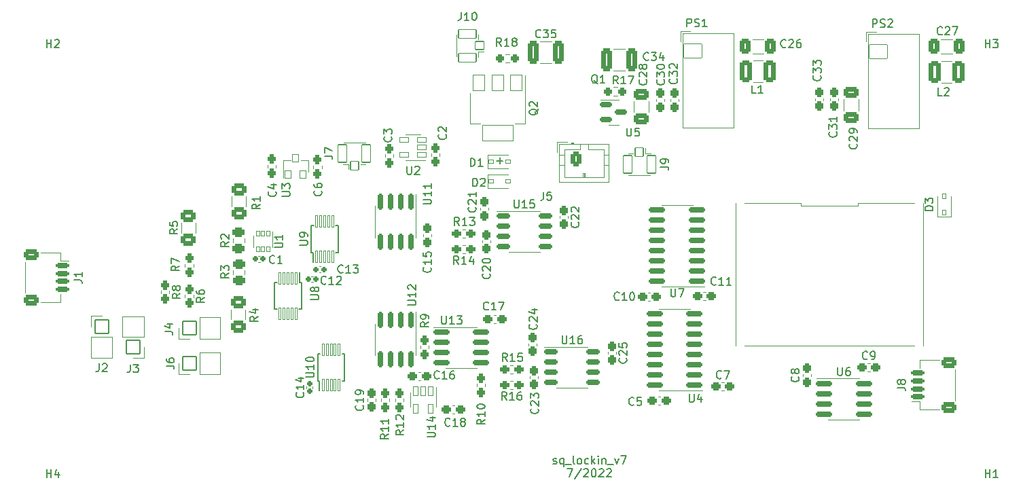
<source format=gbr>
%TF.GenerationSoftware,KiCad,Pcbnew,(6.0.4-0)*%
%TF.CreationDate,2022-07-28T14:49:22-06:00*%
%TF.ProjectId,sq_lockin_v6,73715f6c-6f63-46b6-996e-5f76362e6b69,rev?*%
%TF.SameCoordinates,Original*%
%TF.FileFunction,Legend,Top*%
%TF.FilePolarity,Positive*%
%FSLAX46Y46*%
G04 Gerber Fmt 4.6, Leading zero omitted, Abs format (unit mm)*
G04 Created by KiCad (PCBNEW (6.0.4-0)) date 2022-07-28 14:49:22*
%MOMM*%
%LPD*%
G01*
G04 APERTURE LIST*
G04 Aperture macros list*
%AMRoundRect*
0 Rectangle with rounded corners*
0 $1 Rounding radius*
0 $2 $3 $4 $5 $6 $7 $8 $9 X,Y pos of 4 corners*
0 Add a 4 corners polygon primitive as box body*
4,1,4,$2,$3,$4,$5,$6,$7,$8,$9,$2,$3,0*
0 Add four circle primitives for the rounded corners*
1,1,$1+$1,$2,$3*
1,1,$1+$1,$4,$5*
1,1,$1+$1,$6,$7*
1,1,$1+$1,$8,$9*
0 Add four rect primitives between the rounded corners*
20,1,$1+$1,$2,$3,$4,$5,0*
20,1,$1+$1,$4,$5,$6,$7,0*
20,1,$1+$1,$6,$7,$8,$9,0*
20,1,$1+$1,$8,$9,$2,$3,0*%
G04 Aperture macros list end*
%ADD10C,0.150000*%
%ADD11C,0.120000*%
%ADD12RoundRect,0.301001X0.624999X-0.462499X0.624999X0.462499X-0.624999X0.462499X-0.624999X-0.462499X0*%
%ADD13RoundRect,0.301000X-0.450000X0.325000X-0.450000X-0.325000X0.450000X-0.325000X0.450000X0.325000X0*%
%ADD14RoundRect,0.288500X-0.237500X0.287500X-0.237500X-0.287500X0.237500X-0.287500X0.237500X0.287500X0*%
%ADD15RoundRect,0.051000X0.850000X-0.850000X0.850000X0.850000X-0.850000X0.850000X-0.850000X-0.850000X0*%
%ADD16O,1.802000X1.802000*%
%ADD17RoundRect,0.288500X0.237500X-0.287500X0.237500X0.287500X-0.237500X0.287500X-0.237500X-0.287500X0*%
%ADD18RoundRect,0.051000X0.530000X0.325000X-0.530000X0.325000X-0.530000X-0.325000X0.530000X-0.325000X0*%
%ADD19RoundRect,0.301000X-0.350000X-0.625000X0.350000X-0.625000X0.350000X0.625000X-0.350000X0.625000X0*%
%ADD20O,1.302000X1.852000*%
%ADD21RoundRect,0.051000X0.400000X-0.450000X0.400000X0.450000X-0.400000X0.450000X-0.400000X-0.450000X0*%
%ADD22RoundRect,0.288500X0.287500X0.237500X-0.287500X0.237500X-0.287500X-0.237500X0.287500X-0.237500X0*%
%ADD23RoundRect,0.288500X0.237500X-0.300000X0.237500X0.300000X-0.237500X0.300000X-0.237500X-0.300000X0*%
%ADD24RoundRect,0.288500X-0.237500X0.300000X-0.237500X-0.300000X0.237500X-0.300000X0.237500X0.300000X0*%
%ADD25RoundRect,0.201000X-0.675000X-0.150000X0.675000X-0.150000X0.675000X0.150000X-0.675000X0.150000X0*%
%ADD26RoundRect,0.051000X-0.850000X-0.850000X0.850000X-0.850000X0.850000X0.850000X-0.850000X0.850000X0*%
%ADD27RoundRect,0.051000X0.850000X0.850000X-0.850000X0.850000X-0.850000X-0.850000X0.850000X-0.850000X0*%
%ADD28RoundRect,0.288500X-0.300000X-0.237500X0.300000X-0.237500X0.300000X0.237500X-0.300000X0.237500X0*%
%ADD29RoundRect,0.288500X0.300000X0.237500X-0.300000X0.237500X-0.300000X-0.237500X0.300000X-0.237500X0*%
%ADD30RoundRect,0.201000X-0.825000X-0.150000X0.825000X-0.150000X0.825000X0.150000X-0.825000X0.150000X0*%
%ADD31RoundRect,0.051000X-0.300000X-0.225000X0.300000X-0.225000X0.300000X0.225000X-0.300000X0.225000X0*%
%ADD32RoundRect,0.201000X-0.150000X0.825000X-0.150000X-0.825000X0.150000X-0.825000X0.150000X0.825000X0*%
%ADD33RoundRect,0.051000X-0.325000X0.530000X-0.325000X-0.530000X0.325000X-0.530000X0.325000X0.530000X0*%
%ADD34RoundRect,0.301001X-0.462499X-1.074999X0.462499X-1.074999X0.462499X1.074999X-0.462499X1.074999X0*%
%ADD35RoundRect,0.301000X0.650000X-0.412500X0.650000X0.412500X-0.650000X0.412500X-0.650000X-0.412500X0*%
%ADD36RoundRect,0.051000X0.500000X-0.525000X0.500000X0.525000X-0.500000X0.525000X-0.500000X-0.525000X0*%
%ADD37RoundRect,0.051000X0.525000X-1.100000X0.525000X1.100000X-0.525000X1.100000X-0.525000X-1.100000X0*%
%ADD38RoundRect,0.288500X-0.250000X-0.237500X0.250000X-0.237500X0.250000X0.237500X-0.250000X0.237500X0*%
%ADD39RoundRect,0.051000X-1.125000X0.875000X-1.125000X-0.875000X1.125000X-0.875000X1.125000X0.875000X0*%
%ADD40O,2.352000X1.852000*%
%ADD41C,6.502000*%
%ADD42RoundRect,0.201000X0.625000X-0.150000X0.625000X0.150000X-0.625000X0.150000X-0.625000X-0.150000X0*%
%ADD43RoundRect,0.301000X0.650000X-0.350000X0.650000X0.350000X-0.650000X0.350000X-0.650000X-0.350000X0*%
%ADD44O,5.102000X1.602000*%
%ADD45RoundRect,0.191000X0.170000X-0.140000X0.170000X0.140000X-0.170000X0.140000X-0.170000X-0.140000X0*%
%ADD46RoundRect,0.191000X0.140000X0.170000X-0.140000X0.170000X-0.140000X-0.170000X0.140000X-0.170000X0*%
%ADD47RoundRect,0.201000X-0.625000X0.150000X-0.625000X-0.150000X0.625000X-0.150000X0.625000X0.150000X0*%
%ADD48RoundRect,0.301000X-0.650000X0.350000X-0.650000X-0.350000X0.650000X-0.350000X0.650000X0.350000X0*%
%ADD49RoundRect,0.051000X-0.500000X0.525000X-0.500000X-0.525000X0.500000X-0.525000X0.500000X0.525000X0*%
%ADD50RoundRect,0.051000X-0.525000X1.100000X-0.525000X-1.100000X0.525000X-1.100000X0.525000X1.100000X0*%
%ADD51RoundRect,0.051000X-0.150000X0.700000X-0.150000X-0.700000X0.150000X-0.700000X0.150000X0.700000X0*%
%ADD52RoundRect,0.051000X-0.200000X0.325000X-0.200000X-0.325000X0.200000X-0.325000X0.200000X0.325000X0*%
%ADD53RoundRect,0.301000X-0.412500X-1.100000X0.412500X-1.100000X0.412500X1.100000X-0.412500X1.100000X0*%
%ADD54RoundRect,0.201000X-0.587500X-0.150000X0.587500X-0.150000X0.587500X0.150000X-0.587500X0.150000X0*%
%ADD55RoundRect,0.191000X-0.140000X-0.170000X0.140000X-0.170000X0.140000X0.170000X-0.140000X0.170000X0*%
%ADD56RoundRect,0.201000X0.825000X0.150000X-0.825000X0.150000X-0.825000X-0.150000X0.825000X-0.150000X0*%
%ADD57RoundRect,0.301000X0.412500X0.650000X-0.412500X0.650000X-0.412500X-0.650000X0.412500X-0.650000X0*%
%ADD58RoundRect,0.288500X0.250000X0.237500X-0.250000X0.237500X-0.250000X-0.237500X0.250000X-0.237500X0*%
%ADD59RoundRect,0.051000X-0.750000X1.000000X-0.750000X-1.000000X0.750000X-1.000000X0.750000X1.000000X0*%
%ADD60RoundRect,0.051000X-1.900000X1.000000X-1.900000X-1.000000X1.900000X-1.000000X1.900000X1.000000X0*%
%ADD61RoundRect,0.051000X0.150000X-0.700000X0.150000X0.700000X-0.150000X0.700000X-0.150000X-0.700000X0*%
%ADD62RoundRect,0.051000X0.225000X-0.300000X0.225000X0.300000X-0.225000X0.300000X-0.225000X-0.300000X0*%
%ADD63RoundRect,0.051000X0.525000X0.500000X-0.525000X0.500000X-0.525000X-0.500000X0.525000X-0.500000X0*%
%ADD64RoundRect,0.051000X1.100000X0.525000X-1.100000X0.525000X-1.100000X-0.525000X1.100000X-0.525000X0*%
G04 APERTURE END LIST*
D10*
X176376190Y-110499761D02*
X176471428Y-110547380D01*
X176661904Y-110547380D01*
X176757142Y-110499761D01*
X176804761Y-110404523D01*
X176804761Y-110356904D01*
X176757142Y-110261666D01*
X176661904Y-110214047D01*
X176519047Y-110214047D01*
X176423809Y-110166428D01*
X176376190Y-110071190D01*
X176376190Y-110023571D01*
X176423809Y-109928333D01*
X176519047Y-109880714D01*
X176661904Y-109880714D01*
X176757142Y-109928333D01*
X177661904Y-109880714D02*
X177661904Y-110880714D01*
X177661904Y-110499761D02*
X177566666Y-110547380D01*
X177376190Y-110547380D01*
X177280952Y-110499761D01*
X177233333Y-110452142D01*
X177185714Y-110356904D01*
X177185714Y-110071190D01*
X177233333Y-109975952D01*
X177280952Y-109928333D01*
X177376190Y-109880714D01*
X177566666Y-109880714D01*
X177661904Y-109928333D01*
X177900000Y-110642619D02*
X178661904Y-110642619D01*
X179042857Y-110547380D02*
X178947619Y-110499761D01*
X178900000Y-110404523D01*
X178900000Y-109547380D01*
X179566666Y-110547380D02*
X179471428Y-110499761D01*
X179423809Y-110452142D01*
X179376190Y-110356904D01*
X179376190Y-110071190D01*
X179423809Y-109975952D01*
X179471428Y-109928333D01*
X179566666Y-109880714D01*
X179709523Y-109880714D01*
X179804761Y-109928333D01*
X179852380Y-109975952D01*
X179900000Y-110071190D01*
X179900000Y-110356904D01*
X179852380Y-110452142D01*
X179804761Y-110499761D01*
X179709523Y-110547380D01*
X179566666Y-110547380D01*
X180757142Y-110499761D02*
X180661904Y-110547380D01*
X180471428Y-110547380D01*
X180376190Y-110499761D01*
X180328571Y-110452142D01*
X180280952Y-110356904D01*
X180280952Y-110071190D01*
X180328571Y-109975952D01*
X180376190Y-109928333D01*
X180471428Y-109880714D01*
X180661904Y-109880714D01*
X180757142Y-109928333D01*
X181185714Y-110547380D02*
X181185714Y-109547380D01*
X181280952Y-110166428D02*
X181566666Y-110547380D01*
X181566666Y-109880714D02*
X181185714Y-110261666D01*
X181995238Y-110547380D02*
X181995238Y-109880714D01*
X181995238Y-109547380D02*
X181947619Y-109595000D01*
X181995238Y-109642619D01*
X182042857Y-109595000D01*
X181995238Y-109547380D01*
X181995238Y-109642619D01*
X182471428Y-109880714D02*
X182471428Y-110547380D01*
X182471428Y-109975952D02*
X182519047Y-109928333D01*
X182614285Y-109880714D01*
X182757142Y-109880714D01*
X182852380Y-109928333D01*
X182900000Y-110023571D01*
X182900000Y-110547380D01*
X183138095Y-110642619D02*
X183900000Y-110642619D01*
X184042857Y-109880714D02*
X184280952Y-110547380D01*
X184519047Y-109880714D01*
X184804761Y-109547380D02*
X185471428Y-109547380D01*
X185042857Y-110547380D01*
X178138095Y-111157380D02*
X178804761Y-111157380D01*
X178376190Y-112157380D01*
X179900000Y-111109761D02*
X179042857Y-112395476D01*
X180185714Y-111252619D02*
X180233333Y-111205000D01*
X180328571Y-111157380D01*
X180566666Y-111157380D01*
X180661904Y-111205000D01*
X180709523Y-111252619D01*
X180757142Y-111347857D01*
X180757142Y-111443095D01*
X180709523Y-111585952D01*
X180138095Y-112157380D01*
X180757142Y-112157380D01*
X181376190Y-111157380D02*
X181471428Y-111157380D01*
X181566666Y-111205000D01*
X181614285Y-111252619D01*
X181661904Y-111347857D01*
X181709523Y-111538333D01*
X181709523Y-111776428D01*
X181661904Y-111966904D01*
X181614285Y-112062142D01*
X181566666Y-112109761D01*
X181471428Y-112157380D01*
X181376190Y-112157380D01*
X181280952Y-112109761D01*
X181233333Y-112062142D01*
X181185714Y-111966904D01*
X181138095Y-111776428D01*
X181138095Y-111538333D01*
X181185714Y-111347857D01*
X181233333Y-111252619D01*
X181280952Y-111205000D01*
X181376190Y-111157380D01*
X182090476Y-111252619D02*
X182138095Y-111205000D01*
X182233333Y-111157380D01*
X182471428Y-111157380D01*
X182566666Y-111205000D01*
X182614285Y-111252619D01*
X182661904Y-111347857D01*
X182661904Y-111443095D01*
X182614285Y-111585952D01*
X182042857Y-112157380D01*
X182661904Y-112157380D01*
X183042857Y-111252619D02*
X183090476Y-111205000D01*
X183185714Y-111157380D01*
X183423809Y-111157380D01*
X183519047Y-111205000D01*
X183566666Y-111252619D01*
X183614285Y-111347857D01*
X183614285Y-111443095D01*
X183566666Y-111585952D01*
X182995238Y-112157380D01*
X183614285Y-112157380D01*
X169319047Y-72771428D02*
X170080952Y-72771428D01*
X169700000Y-73152380D02*
X169700000Y-72390476D01*
%TO.C,R1*%
X139852380Y-78166666D02*
X139376190Y-78500000D01*
X139852380Y-78738095D02*
X138852380Y-78738095D01*
X138852380Y-78357142D01*
X138900000Y-78261904D01*
X138947619Y-78214285D01*
X139042857Y-78166666D01*
X139185714Y-78166666D01*
X139280952Y-78214285D01*
X139328571Y-78261904D01*
X139376190Y-78357142D01*
X139376190Y-78738095D01*
X139852380Y-77214285D02*
X139852380Y-77785714D01*
X139852380Y-77500000D02*
X138852380Y-77500000D01*
X138995238Y-77595238D01*
X139090476Y-77690476D01*
X139138095Y-77785714D01*
%TO.C,R5*%
X129552380Y-81266666D02*
X129076190Y-81600000D01*
X129552380Y-81838095D02*
X128552380Y-81838095D01*
X128552380Y-81457142D01*
X128600000Y-81361904D01*
X128647619Y-81314285D01*
X128742857Y-81266666D01*
X128885714Y-81266666D01*
X128980952Y-81314285D01*
X129028571Y-81361904D01*
X129076190Y-81457142D01*
X129076190Y-81838095D01*
X128552380Y-80361904D02*
X128552380Y-80838095D01*
X129028571Y-80885714D01*
X128980952Y-80838095D01*
X128933333Y-80742857D01*
X128933333Y-80504761D01*
X128980952Y-80409523D01*
X129028571Y-80361904D01*
X129123809Y-80314285D01*
X129361904Y-80314285D01*
X129457142Y-80361904D01*
X129504761Y-80409523D01*
X129552380Y-80504761D01*
X129552380Y-80742857D01*
X129504761Y-80838095D01*
X129457142Y-80885714D01*
%TO.C,R4*%
X139552380Y-92166666D02*
X139076190Y-92500000D01*
X139552380Y-92738095D02*
X138552380Y-92738095D01*
X138552380Y-92357142D01*
X138600000Y-92261904D01*
X138647619Y-92214285D01*
X138742857Y-92166666D01*
X138885714Y-92166666D01*
X138980952Y-92214285D01*
X139028571Y-92261904D01*
X139076190Y-92357142D01*
X139076190Y-92738095D01*
X138885714Y-91309523D02*
X139552380Y-91309523D01*
X138504761Y-91547619D02*
X139219047Y-91785714D01*
X139219047Y-91166666D01*
%TO.C,R2*%
X135952380Y-82866666D02*
X135476190Y-83200000D01*
X135952380Y-83438095D02*
X134952380Y-83438095D01*
X134952380Y-83057142D01*
X135000000Y-82961904D01*
X135047619Y-82914285D01*
X135142857Y-82866666D01*
X135285714Y-82866666D01*
X135380952Y-82914285D01*
X135428571Y-82961904D01*
X135476190Y-83057142D01*
X135476190Y-83438095D01*
X135047619Y-82485714D02*
X135000000Y-82438095D01*
X134952380Y-82342857D01*
X134952380Y-82104761D01*
X135000000Y-82009523D01*
X135047619Y-81961904D01*
X135142857Y-81914285D01*
X135238095Y-81914285D01*
X135380952Y-81961904D01*
X135952380Y-82533333D01*
X135952380Y-81914285D01*
%TO.C,R6*%
X132882380Y-89791666D02*
X132406190Y-90125000D01*
X132882380Y-90363095D02*
X131882380Y-90363095D01*
X131882380Y-89982142D01*
X131930000Y-89886904D01*
X131977619Y-89839285D01*
X132072857Y-89791666D01*
X132215714Y-89791666D01*
X132310952Y-89839285D01*
X132358571Y-89886904D01*
X132406190Y-89982142D01*
X132406190Y-90363095D01*
X131882380Y-88934523D02*
X131882380Y-89125000D01*
X131930000Y-89220238D01*
X131977619Y-89267857D01*
X132120476Y-89363095D01*
X132310952Y-89410714D01*
X132691904Y-89410714D01*
X132787142Y-89363095D01*
X132834761Y-89315476D01*
X132882380Y-89220238D01*
X132882380Y-89029761D01*
X132834761Y-88934523D01*
X132787142Y-88886904D01*
X132691904Y-88839285D01*
X132453809Y-88839285D01*
X132358571Y-88886904D01*
X132310952Y-88934523D01*
X132263333Y-89029761D01*
X132263333Y-89220238D01*
X132310952Y-89315476D01*
X132358571Y-89363095D01*
X132453809Y-89410714D01*
%TO.C,J4*%
X127952380Y-94033333D02*
X128666666Y-94033333D01*
X128809523Y-94080952D01*
X128904761Y-94176190D01*
X128952380Y-94319047D01*
X128952380Y-94414285D01*
X128285714Y-93128571D02*
X128952380Y-93128571D01*
X127904761Y-93366666D02*
X128619047Y-93604761D01*
X128619047Y-92985714D01*
%TO.C,C2*%
X162957142Y-69466666D02*
X163004761Y-69514285D01*
X163052380Y-69657142D01*
X163052380Y-69752380D01*
X163004761Y-69895238D01*
X162909523Y-69990476D01*
X162814285Y-70038095D01*
X162623809Y-70085714D01*
X162480952Y-70085714D01*
X162290476Y-70038095D01*
X162195238Y-69990476D01*
X162100000Y-69895238D01*
X162052380Y-69752380D01*
X162052380Y-69657142D01*
X162100000Y-69514285D01*
X162147619Y-69466666D01*
X162147619Y-69085714D02*
X162100000Y-69038095D01*
X162052380Y-68942857D01*
X162052380Y-68704761D01*
X162100000Y-68609523D01*
X162147619Y-68561904D01*
X162242857Y-68514285D01*
X162338095Y-68514285D01*
X162480952Y-68561904D01*
X163052380Y-69133333D01*
X163052380Y-68514285D01*
%TO.C,C3*%
X156157142Y-69766666D02*
X156204761Y-69814285D01*
X156252380Y-69957142D01*
X156252380Y-70052380D01*
X156204761Y-70195238D01*
X156109523Y-70290476D01*
X156014285Y-70338095D01*
X155823809Y-70385714D01*
X155680952Y-70385714D01*
X155490476Y-70338095D01*
X155395238Y-70290476D01*
X155300000Y-70195238D01*
X155252380Y-70052380D01*
X155252380Y-69957142D01*
X155300000Y-69814285D01*
X155347619Y-69766666D01*
X155252380Y-69433333D02*
X155252380Y-68814285D01*
X155633333Y-69147619D01*
X155633333Y-69004761D01*
X155680952Y-68909523D01*
X155728571Y-68861904D01*
X155823809Y-68814285D01*
X156061904Y-68814285D01*
X156157142Y-68861904D01*
X156204761Y-68909523D01*
X156252380Y-69004761D01*
X156252380Y-69290476D01*
X156204761Y-69385714D01*
X156157142Y-69433333D01*
%TO.C,U2*%
X158138095Y-73452380D02*
X158138095Y-74261904D01*
X158185714Y-74357142D01*
X158233333Y-74404761D01*
X158328571Y-74452380D01*
X158519047Y-74452380D01*
X158614285Y-74404761D01*
X158661904Y-74357142D01*
X158709523Y-74261904D01*
X158709523Y-73452380D01*
X159138095Y-73547619D02*
X159185714Y-73500000D01*
X159280952Y-73452380D01*
X159519047Y-73452380D01*
X159614285Y-73500000D01*
X159661904Y-73547619D01*
X159709523Y-73642857D01*
X159709523Y-73738095D01*
X159661904Y-73880952D01*
X159090476Y-74452380D01*
X159709523Y-74452380D01*
%TO.C,J5*%
X175166666Y-76652380D02*
X175166666Y-77366666D01*
X175119047Y-77509523D01*
X175023809Y-77604761D01*
X174880952Y-77652380D01*
X174785714Y-77652380D01*
X176119047Y-76652380D02*
X175642857Y-76652380D01*
X175595238Y-77128571D01*
X175642857Y-77080952D01*
X175738095Y-77033333D01*
X175976190Y-77033333D01*
X176071428Y-77080952D01*
X176119047Y-77128571D01*
X176166666Y-77223809D01*
X176166666Y-77461904D01*
X176119047Y-77557142D01*
X176071428Y-77604761D01*
X175976190Y-77652380D01*
X175738095Y-77652380D01*
X175642857Y-77604761D01*
X175595238Y-77557142D01*
%TO.C,R7*%
X129752380Y-85866666D02*
X129276190Y-86200000D01*
X129752380Y-86438095D02*
X128752380Y-86438095D01*
X128752380Y-86057142D01*
X128800000Y-85961904D01*
X128847619Y-85914285D01*
X128942857Y-85866666D01*
X129085714Y-85866666D01*
X129180952Y-85914285D01*
X129228571Y-85961904D01*
X129276190Y-86057142D01*
X129276190Y-86438095D01*
X128752380Y-85533333D02*
X128752380Y-84866666D01*
X129752380Y-85295238D01*
%TO.C,R3*%
X135952380Y-86766666D02*
X135476190Y-87100000D01*
X135952380Y-87338095D02*
X134952380Y-87338095D01*
X134952380Y-86957142D01*
X135000000Y-86861904D01*
X135047619Y-86814285D01*
X135142857Y-86766666D01*
X135285714Y-86766666D01*
X135380952Y-86814285D01*
X135428571Y-86861904D01*
X135476190Y-86957142D01*
X135476190Y-87338095D01*
X134952380Y-86433333D02*
X134952380Y-85814285D01*
X135333333Y-86147619D01*
X135333333Y-86004761D01*
X135380952Y-85909523D01*
X135428571Y-85861904D01*
X135523809Y-85814285D01*
X135761904Y-85814285D01*
X135857142Y-85861904D01*
X135904761Y-85909523D01*
X135952380Y-86004761D01*
X135952380Y-86290476D01*
X135904761Y-86385714D01*
X135857142Y-86433333D01*
%TO.C,J6*%
X128122380Y-98333333D02*
X128836666Y-98333333D01*
X128979523Y-98380952D01*
X129074761Y-98476190D01*
X129122380Y-98619047D01*
X129122380Y-98714285D01*
X128122380Y-97428571D02*
X128122380Y-97619047D01*
X128170000Y-97714285D01*
X128217619Y-97761904D01*
X128360476Y-97857142D01*
X128550952Y-97904761D01*
X128931904Y-97904761D01*
X129027142Y-97857142D01*
X129074761Y-97809523D01*
X129122380Y-97714285D01*
X129122380Y-97523809D01*
X129074761Y-97428571D01*
X129027142Y-97380952D01*
X128931904Y-97333333D01*
X128693809Y-97333333D01*
X128598571Y-97380952D01*
X128550952Y-97428571D01*
X128503333Y-97523809D01*
X128503333Y-97714285D01*
X128550952Y-97809523D01*
X128598571Y-97857142D01*
X128693809Y-97904761D01*
%TO.C,C4*%
X141757142Y-76591666D02*
X141804761Y-76639285D01*
X141852380Y-76782142D01*
X141852380Y-76877380D01*
X141804761Y-77020238D01*
X141709523Y-77115476D01*
X141614285Y-77163095D01*
X141423809Y-77210714D01*
X141280952Y-77210714D01*
X141090476Y-77163095D01*
X140995238Y-77115476D01*
X140900000Y-77020238D01*
X140852380Y-76877380D01*
X140852380Y-76782142D01*
X140900000Y-76639285D01*
X140947619Y-76591666D01*
X141185714Y-75734523D02*
X141852380Y-75734523D01*
X140804761Y-75972619D02*
X141519047Y-76210714D01*
X141519047Y-75591666D01*
%TO.C,C6*%
X147457142Y-76491666D02*
X147504761Y-76539285D01*
X147552380Y-76682142D01*
X147552380Y-76777380D01*
X147504761Y-76920238D01*
X147409523Y-77015476D01*
X147314285Y-77063095D01*
X147123809Y-77110714D01*
X146980952Y-77110714D01*
X146790476Y-77063095D01*
X146695238Y-77015476D01*
X146600000Y-76920238D01*
X146552380Y-76777380D01*
X146552380Y-76682142D01*
X146600000Y-76539285D01*
X146647619Y-76491666D01*
X146552380Y-75634523D02*
X146552380Y-75825000D01*
X146600000Y-75920238D01*
X146647619Y-75967857D01*
X146790476Y-76063095D01*
X146980952Y-76110714D01*
X147361904Y-76110714D01*
X147457142Y-76063095D01*
X147504761Y-76015476D01*
X147552380Y-75920238D01*
X147552380Y-75729761D01*
X147504761Y-75634523D01*
X147457142Y-75586904D01*
X147361904Y-75539285D01*
X147123809Y-75539285D01*
X147028571Y-75586904D01*
X146980952Y-75634523D01*
X146933333Y-75729761D01*
X146933333Y-75920238D01*
X146980952Y-76015476D01*
X147028571Y-76063095D01*
X147123809Y-76110714D01*
%TO.C,R8*%
X129882380Y-89291666D02*
X129406190Y-89625000D01*
X129882380Y-89863095D02*
X128882380Y-89863095D01*
X128882380Y-89482142D01*
X128930000Y-89386904D01*
X128977619Y-89339285D01*
X129072857Y-89291666D01*
X129215714Y-89291666D01*
X129310952Y-89339285D01*
X129358571Y-89386904D01*
X129406190Y-89482142D01*
X129406190Y-89863095D01*
X129310952Y-88720238D02*
X129263333Y-88815476D01*
X129215714Y-88863095D01*
X129120476Y-88910714D01*
X129072857Y-88910714D01*
X128977619Y-88863095D01*
X128930000Y-88815476D01*
X128882380Y-88720238D01*
X128882380Y-88529761D01*
X128930000Y-88434523D01*
X128977619Y-88386904D01*
X129072857Y-88339285D01*
X129120476Y-88339285D01*
X129215714Y-88386904D01*
X129263333Y-88434523D01*
X129310952Y-88529761D01*
X129310952Y-88720238D01*
X129358571Y-88815476D01*
X129406190Y-88863095D01*
X129501428Y-88910714D01*
X129691904Y-88910714D01*
X129787142Y-88863095D01*
X129834761Y-88815476D01*
X129882380Y-88720238D01*
X129882380Y-88529761D01*
X129834761Y-88434523D01*
X129787142Y-88386904D01*
X129691904Y-88339285D01*
X129501428Y-88339285D01*
X129406190Y-88386904D01*
X129358571Y-88434523D01*
X129310952Y-88529761D01*
%TO.C,U3*%
X142552380Y-77186904D02*
X143361904Y-77186904D01*
X143457142Y-77139285D01*
X143504761Y-77091666D01*
X143552380Y-76996428D01*
X143552380Y-76805952D01*
X143504761Y-76710714D01*
X143457142Y-76663095D01*
X143361904Y-76615476D01*
X142552380Y-76615476D01*
X142552380Y-76234523D02*
X142552380Y-75615476D01*
X142933333Y-75948809D01*
X142933333Y-75805952D01*
X142980952Y-75710714D01*
X143028571Y-75663095D01*
X143123809Y-75615476D01*
X143361904Y-75615476D01*
X143457142Y-75663095D01*
X143504761Y-75710714D01*
X143552380Y-75805952D01*
X143552380Y-76091666D01*
X143504761Y-76186904D01*
X143457142Y-76234523D01*
%TO.C,R14*%
X164582142Y-85642380D02*
X164248809Y-85166190D01*
X164010714Y-85642380D02*
X164010714Y-84642380D01*
X164391666Y-84642380D01*
X164486904Y-84690000D01*
X164534523Y-84737619D01*
X164582142Y-84832857D01*
X164582142Y-84975714D01*
X164534523Y-85070952D01*
X164486904Y-85118571D01*
X164391666Y-85166190D01*
X164010714Y-85166190D01*
X165534523Y-85642380D02*
X164963095Y-85642380D01*
X165248809Y-85642380D02*
X165248809Y-84642380D01*
X165153571Y-84785238D01*
X165058333Y-84880476D01*
X164963095Y-84928095D01*
X166391666Y-84975714D02*
X166391666Y-85642380D01*
X166153571Y-84594761D02*
X165915476Y-85309047D01*
X166534523Y-85309047D01*
%TO.C,C20*%
X168457142Y-86842857D02*
X168504761Y-86890476D01*
X168552380Y-87033333D01*
X168552380Y-87128571D01*
X168504761Y-87271428D01*
X168409523Y-87366666D01*
X168314285Y-87414285D01*
X168123809Y-87461904D01*
X167980952Y-87461904D01*
X167790476Y-87414285D01*
X167695238Y-87366666D01*
X167600000Y-87271428D01*
X167552380Y-87128571D01*
X167552380Y-87033333D01*
X167600000Y-86890476D01*
X167647619Y-86842857D01*
X167647619Y-86461904D02*
X167600000Y-86414285D01*
X167552380Y-86319047D01*
X167552380Y-86080952D01*
X167600000Y-85985714D01*
X167647619Y-85938095D01*
X167742857Y-85890476D01*
X167838095Y-85890476D01*
X167980952Y-85938095D01*
X168552380Y-86509523D01*
X168552380Y-85890476D01*
X167552380Y-85271428D02*
X167552380Y-85176190D01*
X167600000Y-85080952D01*
X167647619Y-85033333D01*
X167742857Y-84985714D01*
X167933333Y-84938095D01*
X168171428Y-84938095D01*
X168361904Y-84985714D01*
X168457142Y-85033333D01*
X168504761Y-85080952D01*
X168552380Y-85176190D01*
X168552380Y-85271428D01*
X168504761Y-85366666D01*
X168457142Y-85414285D01*
X168361904Y-85461904D01*
X168171428Y-85509523D01*
X167933333Y-85509523D01*
X167742857Y-85461904D01*
X167647619Y-85414285D01*
X167600000Y-85366666D01*
X167552380Y-85271428D01*
%TO.C,C21*%
X166657142Y-78542857D02*
X166704761Y-78590476D01*
X166752380Y-78733333D01*
X166752380Y-78828571D01*
X166704761Y-78971428D01*
X166609523Y-79066666D01*
X166514285Y-79114285D01*
X166323809Y-79161904D01*
X166180952Y-79161904D01*
X165990476Y-79114285D01*
X165895238Y-79066666D01*
X165800000Y-78971428D01*
X165752380Y-78828571D01*
X165752380Y-78733333D01*
X165800000Y-78590476D01*
X165847619Y-78542857D01*
X165847619Y-78161904D02*
X165800000Y-78114285D01*
X165752380Y-78019047D01*
X165752380Y-77780952D01*
X165800000Y-77685714D01*
X165847619Y-77638095D01*
X165942857Y-77590476D01*
X166038095Y-77590476D01*
X166180952Y-77638095D01*
X166752380Y-78209523D01*
X166752380Y-77590476D01*
X166752380Y-76638095D02*
X166752380Y-77209523D01*
X166752380Y-76923809D02*
X165752380Y-76923809D01*
X165895238Y-77019047D01*
X165990476Y-77114285D01*
X166038095Y-77209523D01*
%TO.C,C22*%
X179487142Y-80427857D02*
X179534761Y-80475476D01*
X179582380Y-80618333D01*
X179582380Y-80713571D01*
X179534761Y-80856428D01*
X179439523Y-80951666D01*
X179344285Y-80999285D01*
X179153809Y-81046904D01*
X179010952Y-81046904D01*
X178820476Y-80999285D01*
X178725238Y-80951666D01*
X178630000Y-80856428D01*
X178582380Y-80713571D01*
X178582380Y-80618333D01*
X178630000Y-80475476D01*
X178677619Y-80427857D01*
X178677619Y-80046904D02*
X178630000Y-79999285D01*
X178582380Y-79904047D01*
X178582380Y-79665952D01*
X178630000Y-79570714D01*
X178677619Y-79523095D01*
X178772857Y-79475476D01*
X178868095Y-79475476D01*
X179010952Y-79523095D01*
X179582380Y-80094523D01*
X179582380Y-79475476D01*
X178677619Y-79094523D02*
X178630000Y-79046904D01*
X178582380Y-78951666D01*
X178582380Y-78713571D01*
X178630000Y-78618333D01*
X178677619Y-78570714D01*
X178772857Y-78523095D01*
X178868095Y-78523095D01*
X179010952Y-78570714D01*
X179582380Y-79142142D01*
X179582380Y-78523095D01*
%TO.C,R13*%
X164657142Y-80812380D02*
X164323809Y-80336190D01*
X164085714Y-80812380D02*
X164085714Y-79812380D01*
X164466666Y-79812380D01*
X164561904Y-79860000D01*
X164609523Y-79907619D01*
X164657142Y-80002857D01*
X164657142Y-80145714D01*
X164609523Y-80240952D01*
X164561904Y-80288571D01*
X164466666Y-80336190D01*
X164085714Y-80336190D01*
X165609523Y-80812380D02*
X165038095Y-80812380D01*
X165323809Y-80812380D02*
X165323809Y-79812380D01*
X165228571Y-79955238D01*
X165133333Y-80050476D01*
X165038095Y-80098095D01*
X165942857Y-79812380D02*
X166561904Y-79812380D01*
X166228571Y-80193333D01*
X166371428Y-80193333D01*
X166466666Y-80240952D01*
X166514285Y-80288571D01*
X166561904Y-80383809D01*
X166561904Y-80621904D01*
X166514285Y-80717142D01*
X166466666Y-80764761D01*
X166371428Y-80812380D01*
X166085714Y-80812380D01*
X165990476Y-80764761D01*
X165942857Y-80717142D01*
%TO.C,U15*%
X171511904Y-77632380D02*
X171511904Y-78441904D01*
X171559523Y-78537142D01*
X171607142Y-78584761D01*
X171702380Y-78632380D01*
X171892857Y-78632380D01*
X171988095Y-78584761D01*
X172035714Y-78537142D01*
X172083333Y-78441904D01*
X172083333Y-77632380D01*
X173083333Y-78632380D02*
X172511904Y-78632380D01*
X172797619Y-78632380D02*
X172797619Y-77632380D01*
X172702380Y-77775238D01*
X172607142Y-77870476D01*
X172511904Y-77918095D01*
X173988095Y-77632380D02*
X173511904Y-77632380D01*
X173464285Y-78108571D01*
X173511904Y-78060952D01*
X173607142Y-78013333D01*
X173845238Y-78013333D01*
X173940476Y-78060952D01*
X173988095Y-78108571D01*
X174035714Y-78203809D01*
X174035714Y-78441904D01*
X173988095Y-78537142D01*
X173940476Y-78584761D01*
X173845238Y-78632380D01*
X173607142Y-78632380D01*
X173511904Y-78584761D01*
X173464285Y-78537142D01*
%TO.C,C24*%
X174257142Y-93142857D02*
X174304761Y-93190476D01*
X174352380Y-93333333D01*
X174352380Y-93428571D01*
X174304761Y-93571428D01*
X174209523Y-93666666D01*
X174114285Y-93714285D01*
X173923809Y-93761904D01*
X173780952Y-93761904D01*
X173590476Y-93714285D01*
X173495238Y-93666666D01*
X173400000Y-93571428D01*
X173352380Y-93428571D01*
X173352380Y-93333333D01*
X173400000Y-93190476D01*
X173447619Y-93142857D01*
X173447619Y-92761904D02*
X173400000Y-92714285D01*
X173352380Y-92619047D01*
X173352380Y-92380952D01*
X173400000Y-92285714D01*
X173447619Y-92238095D01*
X173542857Y-92190476D01*
X173638095Y-92190476D01*
X173780952Y-92238095D01*
X174352380Y-92809523D01*
X174352380Y-92190476D01*
X173685714Y-91333333D02*
X174352380Y-91333333D01*
X173304761Y-91571428D02*
X174019047Y-91809523D01*
X174019047Y-91190476D01*
%TO.C,C23*%
X174457142Y-103642857D02*
X174504761Y-103690476D01*
X174552380Y-103833333D01*
X174552380Y-103928571D01*
X174504761Y-104071428D01*
X174409523Y-104166666D01*
X174314285Y-104214285D01*
X174123809Y-104261904D01*
X173980952Y-104261904D01*
X173790476Y-104214285D01*
X173695238Y-104166666D01*
X173600000Y-104071428D01*
X173552380Y-103928571D01*
X173552380Y-103833333D01*
X173600000Y-103690476D01*
X173647619Y-103642857D01*
X173647619Y-103261904D02*
X173600000Y-103214285D01*
X173552380Y-103119047D01*
X173552380Y-102880952D01*
X173600000Y-102785714D01*
X173647619Y-102738095D01*
X173742857Y-102690476D01*
X173838095Y-102690476D01*
X173980952Y-102738095D01*
X174552380Y-103309523D01*
X174552380Y-102690476D01*
X173552380Y-102357142D02*
X173552380Y-101738095D01*
X173933333Y-102071428D01*
X173933333Y-101928571D01*
X173980952Y-101833333D01*
X174028571Y-101785714D01*
X174123809Y-101738095D01*
X174361904Y-101738095D01*
X174457142Y-101785714D01*
X174504761Y-101833333D01*
X174552380Y-101928571D01*
X174552380Y-102214285D01*
X174504761Y-102309523D01*
X174457142Y-102357142D01*
%TO.C,R16*%
X170557142Y-102572380D02*
X170223809Y-102096190D01*
X169985714Y-102572380D02*
X169985714Y-101572380D01*
X170366666Y-101572380D01*
X170461904Y-101620000D01*
X170509523Y-101667619D01*
X170557142Y-101762857D01*
X170557142Y-101905714D01*
X170509523Y-102000952D01*
X170461904Y-102048571D01*
X170366666Y-102096190D01*
X169985714Y-102096190D01*
X171509523Y-102572380D02*
X170938095Y-102572380D01*
X171223809Y-102572380D02*
X171223809Y-101572380D01*
X171128571Y-101715238D01*
X171033333Y-101810476D01*
X170938095Y-101858095D01*
X172366666Y-101572380D02*
X172176190Y-101572380D01*
X172080952Y-101620000D01*
X172033333Y-101667619D01*
X171938095Y-101810476D01*
X171890476Y-102000952D01*
X171890476Y-102381904D01*
X171938095Y-102477142D01*
X171985714Y-102524761D01*
X172080952Y-102572380D01*
X172271428Y-102572380D01*
X172366666Y-102524761D01*
X172414285Y-102477142D01*
X172461904Y-102381904D01*
X172461904Y-102143809D01*
X172414285Y-102048571D01*
X172366666Y-102000952D01*
X172271428Y-101953333D01*
X172080952Y-101953333D01*
X171985714Y-102000952D01*
X171938095Y-102048571D01*
X171890476Y-102143809D01*
%TO.C,R15*%
X170632142Y-97742380D02*
X170298809Y-97266190D01*
X170060714Y-97742380D02*
X170060714Y-96742380D01*
X170441666Y-96742380D01*
X170536904Y-96790000D01*
X170584523Y-96837619D01*
X170632142Y-96932857D01*
X170632142Y-97075714D01*
X170584523Y-97170952D01*
X170536904Y-97218571D01*
X170441666Y-97266190D01*
X170060714Y-97266190D01*
X171584523Y-97742380D02*
X171013095Y-97742380D01*
X171298809Y-97742380D02*
X171298809Y-96742380D01*
X171203571Y-96885238D01*
X171108333Y-96980476D01*
X171013095Y-97028095D01*
X172489285Y-96742380D02*
X172013095Y-96742380D01*
X171965476Y-97218571D01*
X172013095Y-97170952D01*
X172108333Y-97123333D01*
X172346428Y-97123333D01*
X172441666Y-97170952D01*
X172489285Y-97218571D01*
X172536904Y-97313809D01*
X172536904Y-97551904D01*
X172489285Y-97647142D01*
X172441666Y-97694761D01*
X172346428Y-97742380D01*
X172108333Y-97742380D01*
X172013095Y-97694761D01*
X171965476Y-97647142D01*
%TO.C,C25*%
X185462142Y-97357857D02*
X185509761Y-97405476D01*
X185557380Y-97548333D01*
X185557380Y-97643571D01*
X185509761Y-97786428D01*
X185414523Y-97881666D01*
X185319285Y-97929285D01*
X185128809Y-97976904D01*
X184985952Y-97976904D01*
X184795476Y-97929285D01*
X184700238Y-97881666D01*
X184605000Y-97786428D01*
X184557380Y-97643571D01*
X184557380Y-97548333D01*
X184605000Y-97405476D01*
X184652619Y-97357857D01*
X184652619Y-96976904D02*
X184605000Y-96929285D01*
X184557380Y-96834047D01*
X184557380Y-96595952D01*
X184605000Y-96500714D01*
X184652619Y-96453095D01*
X184747857Y-96405476D01*
X184843095Y-96405476D01*
X184985952Y-96453095D01*
X185557380Y-97024523D01*
X185557380Y-96405476D01*
X184557380Y-95500714D02*
X184557380Y-95976904D01*
X185033571Y-96024523D01*
X184985952Y-95976904D01*
X184938333Y-95881666D01*
X184938333Y-95643571D01*
X184985952Y-95548333D01*
X185033571Y-95500714D01*
X185128809Y-95453095D01*
X185366904Y-95453095D01*
X185462142Y-95500714D01*
X185509761Y-95548333D01*
X185557380Y-95643571D01*
X185557380Y-95881666D01*
X185509761Y-95976904D01*
X185462142Y-96024523D01*
%TO.C,U16*%
X177486904Y-94562380D02*
X177486904Y-95371904D01*
X177534523Y-95467142D01*
X177582142Y-95514761D01*
X177677380Y-95562380D01*
X177867857Y-95562380D01*
X177963095Y-95514761D01*
X178010714Y-95467142D01*
X178058333Y-95371904D01*
X178058333Y-94562380D01*
X179058333Y-95562380D02*
X178486904Y-95562380D01*
X178772619Y-95562380D02*
X178772619Y-94562380D01*
X178677380Y-94705238D01*
X178582142Y-94800476D01*
X178486904Y-94848095D01*
X179915476Y-94562380D02*
X179725000Y-94562380D01*
X179629761Y-94610000D01*
X179582142Y-94657619D01*
X179486904Y-94800476D01*
X179439285Y-94990952D01*
X179439285Y-95371904D01*
X179486904Y-95467142D01*
X179534523Y-95514761D01*
X179629761Y-95562380D01*
X179820238Y-95562380D01*
X179915476Y-95514761D01*
X179963095Y-95467142D01*
X180010714Y-95371904D01*
X180010714Y-95133809D01*
X179963095Y-95038571D01*
X179915476Y-94990952D01*
X179820238Y-94943333D01*
X179629761Y-94943333D01*
X179534523Y-94990952D01*
X179486904Y-95038571D01*
X179439285Y-95133809D01*
%TO.C,J2*%
X119766666Y-98052380D02*
X119766666Y-98766666D01*
X119719047Y-98909523D01*
X119623809Y-99004761D01*
X119480952Y-99052380D01*
X119385714Y-99052380D01*
X120195238Y-98147619D02*
X120242857Y-98100000D01*
X120338095Y-98052380D01*
X120576190Y-98052380D01*
X120671428Y-98100000D01*
X120719047Y-98147619D01*
X120766666Y-98242857D01*
X120766666Y-98338095D01*
X120719047Y-98480952D01*
X120147619Y-99052380D01*
X120766666Y-99052380D01*
%TO.C,J3*%
X123666666Y-98152380D02*
X123666666Y-98866666D01*
X123619047Y-99009523D01*
X123523809Y-99104761D01*
X123380952Y-99152380D01*
X123285714Y-99152380D01*
X124047619Y-98152380D02*
X124666666Y-98152380D01*
X124333333Y-98533333D01*
X124476190Y-98533333D01*
X124571428Y-98580952D01*
X124619047Y-98628571D01*
X124666666Y-98723809D01*
X124666666Y-98961904D01*
X124619047Y-99057142D01*
X124571428Y-99104761D01*
X124476190Y-99152380D01*
X124190476Y-99152380D01*
X124095238Y-99104761D01*
X124047619Y-99057142D01*
%TO.C,C16*%
X162157142Y-99857142D02*
X162109523Y-99904761D01*
X161966666Y-99952380D01*
X161871428Y-99952380D01*
X161728571Y-99904761D01*
X161633333Y-99809523D01*
X161585714Y-99714285D01*
X161538095Y-99523809D01*
X161538095Y-99380952D01*
X161585714Y-99190476D01*
X161633333Y-99095238D01*
X161728571Y-99000000D01*
X161871428Y-98952380D01*
X161966666Y-98952380D01*
X162109523Y-99000000D01*
X162157142Y-99047619D01*
X163109523Y-99952380D02*
X162538095Y-99952380D01*
X162823809Y-99952380D02*
X162823809Y-98952380D01*
X162728571Y-99095238D01*
X162633333Y-99190476D01*
X162538095Y-99238095D01*
X163966666Y-98952380D02*
X163776190Y-98952380D01*
X163680952Y-99000000D01*
X163633333Y-99047619D01*
X163538095Y-99190476D01*
X163490476Y-99380952D01*
X163490476Y-99761904D01*
X163538095Y-99857142D01*
X163585714Y-99904761D01*
X163680952Y-99952380D01*
X163871428Y-99952380D01*
X163966666Y-99904761D01*
X164014285Y-99857142D01*
X164061904Y-99761904D01*
X164061904Y-99523809D01*
X164014285Y-99428571D01*
X163966666Y-99380952D01*
X163871428Y-99333333D01*
X163680952Y-99333333D01*
X163585714Y-99380952D01*
X163538095Y-99428571D01*
X163490476Y-99523809D01*
%TO.C,C17*%
X168310875Y-91257142D02*
X168263256Y-91304761D01*
X168120399Y-91352380D01*
X168025161Y-91352380D01*
X167882304Y-91304761D01*
X167787066Y-91209523D01*
X167739447Y-91114285D01*
X167691828Y-90923809D01*
X167691828Y-90780952D01*
X167739447Y-90590476D01*
X167787066Y-90495238D01*
X167882304Y-90400000D01*
X168025161Y-90352380D01*
X168120399Y-90352380D01*
X168263256Y-90400000D01*
X168310875Y-90447619D01*
X169263256Y-91352380D02*
X168691828Y-91352380D01*
X168977542Y-91352380D02*
X168977542Y-90352380D01*
X168882304Y-90495238D01*
X168787066Y-90590476D01*
X168691828Y-90638095D01*
X169596590Y-90352380D02*
X170263256Y-90352380D01*
X169834685Y-91352380D01*
%TO.C,R9*%
X160852380Y-92866666D02*
X160376190Y-93200000D01*
X160852380Y-93438095D02*
X159852380Y-93438095D01*
X159852380Y-93057142D01*
X159900000Y-92961904D01*
X159947619Y-92914285D01*
X160042857Y-92866666D01*
X160185714Y-92866666D01*
X160280952Y-92914285D01*
X160328571Y-92961904D01*
X160376190Y-93057142D01*
X160376190Y-93438095D01*
X160852380Y-92390476D02*
X160852380Y-92200000D01*
X160804761Y-92104761D01*
X160757142Y-92057142D01*
X160614285Y-91961904D01*
X160423809Y-91914285D01*
X160042857Y-91914285D01*
X159947619Y-91961904D01*
X159900000Y-92009523D01*
X159852380Y-92104761D01*
X159852380Y-92295238D01*
X159900000Y-92390476D01*
X159947619Y-92438095D01*
X160042857Y-92485714D01*
X160280952Y-92485714D01*
X160376190Y-92438095D01*
X160423809Y-92390476D01*
X160471428Y-92295238D01*
X160471428Y-92104761D01*
X160423809Y-92009523D01*
X160376190Y-91961904D01*
X160280952Y-91914285D01*
%TO.C,R10*%
X167852380Y-105002857D02*
X167376190Y-105336190D01*
X167852380Y-105574285D02*
X166852380Y-105574285D01*
X166852380Y-105193333D01*
X166900000Y-105098095D01*
X166947619Y-105050476D01*
X167042857Y-105002857D01*
X167185714Y-105002857D01*
X167280952Y-105050476D01*
X167328571Y-105098095D01*
X167376190Y-105193333D01*
X167376190Y-105574285D01*
X167852380Y-104050476D02*
X167852380Y-104621904D01*
X167852380Y-104336190D02*
X166852380Y-104336190D01*
X166995238Y-104431428D01*
X167090476Y-104526666D01*
X167138095Y-104621904D01*
X166852380Y-103431428D02*
X166852380Y-103336190D01*
X166900000Y-103240952D01*
X166947619Y-103193333D01*
X167042857Y-103145714D01*
X167233333Y-103098095D01*
X167471428Y-103098095D01*
X167661904Y-103145714D01*
X167757142Y-103193333D01*
X167804761Y-103240952D01*
X167852380Y-103336190D01*
X167852380Y-103431428D01*
X167804761Y-103526666D01*
X167757142Y-103574285D01*
X167661904Y-103621904D01*
X167471428Y-103669523D01*
X167233333Y-103669523D01*
X167042857Y-103621904D01*
X166947619Y-103574285D01*
X166900000Y-103526666D01*
X166852380Y-103431428D01*
%TO.C,R11*%
X155852380Y-106842857D02*
X155376190Y-107176190D01*
X155852380Y-107414285D02*
X154852380Y-107414285D01*
X154852380Y-107033333D01*
X154900000Y-106938095D01*
X154947619Y-106890476D01*
X155042857Y-106842857D01*
X155185714Y-106842857D01*
X155280952Y-106890476D01*
X155328571Y-106938095D01*
X155376190Y-107033333D01*
X155376190Y-107414285D01*
X155852380Y-105890476D02*
X155852380Y-106461904D01*
X155852380Y-106176190D02*
X154852380Y-106176190D01*
X154995238Y-106271428D01*
X155090476Y-106366666D01*
X155138095Y-106461904D01*
X155852380Y-104938095D02*
X155852380Y-105509523D01*
X155852380Y-105223809D02*
X154852380Y-105223809D01*
X154995238Y-105319047D01*
X155090476Y-105414285D01*
X155138095Y-105509523D01*
%TO.C,R12*%
X157752380Y-106342857D02*
X157276190Y-106676190D01*
X157752380Y-106914285D02*
X156752380Y-106914285D01*
X156752380Y-106533333D01*
X156800000Y-106438095D01*
X156847619Y-106390476D01*
X156942857Y-106342857D01*
X157085714Y-106342857D01*
X157180952Y-106390476D01*
X157228571Y-106438095D01*
X157276190Y-106533333D01*
X157276190Y-106914285D01*
X157752380Y-105390476D02*
X157752380Y-105961904D01*
X157752380Y-105676190D02*
X156752380Y-105676190D01*
X156895238Y-105771428D01*
X156990476Y-105866666D01*
X157038095Y-105961904D01*
X156847619Y-105009523D02*
X156800000Y-104961904D01*
X156752380Y-104866666D01*
X156752380Y-104628571D01*
X156800000Y-104533333D01*
X156847619Y-104485714D01*
X156942857Y-104438095D01*
X157038095Y-104438095D01*
X157180952Y-104485714D01*
X157752380Y-105057142D01*
X157752380Y-104438095D01*
%TO.C,U13*%
X162461904Y-92112380D02*
X162461904Y-92921904D01*
X162509523Y-93017142D01*
X162557142Y-93064761D01*
X162652380Y-93112380D01*
X162842857Y-93112380D01*
X162938095Y-93064761D01*
X162985714Y-93017142D01*
X163033333Y-92921904D01*
X163033333Y-92112380D01*
X164033333Y-93112380D02*
X163461904Y-93112380D01*
X163747619Y-93112380D02*
X163747619Y-92112380D01*
X163652380Y-92255238D01*
X163557142Y-92350476D01*
X163461904Y-92398095D01*
X164366666Y-92112380D02*
X164985714Y-92112380D01*
X164652380Y-92493333D01*
X164795238Y-92493333D01*
X164890476Y-92540952D01*
X164938095Y-92588571D01*
X164985714Y-92683809D01*
X164985714Y-92921904D01*
X164938095Y-93017142D01*
X164890476Y-93064761D01*
X164795238Y-93112380D01*
X164509523Y-93112380D01*
X164414285Y-93064761D01*
X164366666Y-93017142D01*
%TO.C,C18*%
X163494642Y-105757142D02*
X163447023Y-105804761D01*
X163304166Y-105852380D01*
X163208928Y-105852380D01*
X163066071Y-105804761D01*
X162970833Y-105709523D01*
X162923214Y-105614285D01*
X162875595Y-105423809D01*
X162875595Y-105280952D01*
X162923214Y-105090476D01*
X162970833Y-104995238D01*
X163066071Y-104900000D01*
X163208928Y-104852380D01*
X163304166Y-104852380D01*
X163447023Y-104900000D01*
X163494642Y-104947619D01*
X164447023Y-105852380D02*
X163875595Y-105852380D01*
X164161309Y-105852380D02*
X164161309Y-104852380D01*
X164066071Y-104995238D01*
X163970833Y-105090476D01*
X163875595Y-105138095D01*
X165018452Y-105280952D02*
X164923214Y-105233333D01*
X164875595Y-105185714D01*
X164827976Y-105090476D01*
X164827976Y-105042857D01*
X164875595Y-104947619D01*
X164923214Y-104900000D01*
X165018452Y-104852380D01*
X165208928Y-104852380D01*
X165304166Y-104900000D01*
X165351785Y-104947619D01*
X165399404Y-105042857D01*
X165399404Y-105090476D01*
X165351785Y-105185714D01*
X165304166Y-105233333D01*
X165208928Y-105280952D01*
X165018452Y-105280952D01*
X164923214Y-105328571D01*
X164875595Y-105376190D01*
X164827976Y-105471428D01*
X164827976Y-105661904D01*
X164875595Y-105757142D01*
X164923214Y-105804761D01*
X165018452Y-105852380D01*
X165208928Y-105852380D01*
X165304166Y-105804761D01*
X165351785Y-105757142D01*
X165399404Y-105661904D01*
X165399404Y-105471428D01*
X165351785Y-105376190D01*
X165304166Y-105328571D01*
X165208928Y-105280952D01*
%TO.C,D2*%
X166361904Y-75952380D02*
X166361904Y-74952380D01*
X166600000Y-74952380D01*
X166742857Y-75000000D01*
X166838095Y-75095238D01*
X166885714Y-75190476D01*
X166933333Y-75380952D01*
X166933333Y-75523809D01*
X166885714Y-75714285D01*
X166838095Y-75809523D01*
X166742857Y-75904761D01*
X166600000Y-75952380D01*
X166361904Y-75952380D01*
X167314285Y-75047619D02*
X167361904Y-75000000D01*
X167457142Y-74952380D01*
X167695238Y-74952380D01*
X167790476Y-75000000D01*
X167838095Y-75047619D01*
X167885714Y-75142857D01*
X167885714Y-75238095D01*
X167838095Y-75380952D01*
X167266666Y-75952380D01*
X167885714Y-75952380D01*
%TO.C,D1*%
X166061904Y-73452380D02*
X166061904Y-72452380D01*
X166300000Y-72452380D01*
X166442857Y-72500000D01*
X166538095Y-72595238D01*
X166585714Y-72690476D01*
X166633333Y-72880952D01*
X166633333Y-73023809D01*
X166585714Y-73214285D01*
X166538095Y-73309523D01*
X166442857Y-73404761D01*
X166300000Y-73452380D01*
X166061904Y-73452380D01*
X167585714Y-73452380D02*
X167014285Y-73452380D01*
X167300000Y-73452380D02*
X167300000Y-72452380D01*
X167204761Y-72595238D01*
X167109523Y-72690476D01*
X167014285Y-72738095D01*
%TO.C,U11*%
X160152380Y-78138095D02*
X160961904Y-78138095D01*
X161057142Y-78090476D01*
X161104761Y-78042857D01*
X161152380Y-77947619D01*
X161152380Y-77757142D01*
X161104761Y-77661904D01*
X161057142Y-77614285D01*
X160961904Y-77566666D01*
X160152380Y-77566666D01*
X161152380Y-76566666D02*
X161152380Y-77138095D01*
X161152380Y-76852380D02*
X160152380Y-76852380D01*
X160295238Y-76947619D01*
X160390476Y-77042857D01*
X160438095Y-77138095D01*
X161152380Y-75614285D02*
X161152380Y-76185714D01*
X161152380Y-75900000D02*
X160152380Y-75900000D01*
X160295238Y-75995238D01*
X160390476Y-76090476D01*
X160438095Y-76185714D01*
%TO.C,C15*%
X161057142Y-86042857D02*
X161104761Y-86090476D01*
X161152380Y-86233333D01*
X161152380Y-86328571D01*
X161104761Y-86471428D01*
X161009523Y-86566666D01*
X160914285Y-86614285D01*
X160723809Y-86661904D01*
X160580952Y-86661904D01*
X160390476Y-86614285D01*
X160295238Y-86566666D01*
X160200000Y-86471428D01*
X160152380Y-86328571D01*
X160152380Y-86233333D01*
X160200000Y-86090476D01*
X160247619Y-86042857D01*
X161152380Y-85090476D02*
X161152380Y-85661904D01*
X161152380Y-85376190D02*
X160152380Y-85376190D01*
X160295238Y-85471428D01*
X160390476Y-85566666D01*
X160438095Y-85661904D01*
X160152380Y-84185714D02*
X160152380Y-84661904D01*
X160628571Y-84709523D01*
X160580952Y-84661904D01*
X160533333Y-84566666D01*
X160533333Y-84328571D01*
X160580952Y-84233333D01*
X160628571Y-84185714D01*
X160723809Y-84138095D01*
X160961904Y-84138095D01*
X161057142Y-84185714D01*
X161104761Y-84233333D01*
X161152380Y-84328571D01*
X161152380Y-84566666D01*
X161104761Y-84661904D01*
X161057142Y-84709523D01*
%TO.C,U12*%
X158252380Y-90738095D02*
X159061904Y-90738095D01*
X159157142Y-90690476D01*
X159204761Y-90642857D01*
X159252380Y-90547619D01*
X159252380Y-90357142D01*
X159204761Y-90261904D01*
X159157142Y-90214285D01*
X159061904Y-90166666D01*
X158252380Y-90166666D01*
X159252380Y-89166666D02*
X159252380Y-89738095D01*
X159252380Y-89452380D02*
X158252380Y-89452380D01*
X158395238Y-89547619D01*
X158490476Y-89642857D01*
X158538095Y-89738095D01*
X158347619Y-88785714D02*
X158300000Y-88738095D01*
X158252380Y-88642857D01*
X158252380Y-88404761D01*
X158300000Y-88309523D01*
X158347619Y-88261904D01*
X158442857Y-88214285D01*
X158538095Y-88214285D01*
X158680952Y-88261904D01*
X159252380Y-88833333D01*
X159252380Y-88214285D01*
%TO.C,U14*%
X160662380Y-107188095D02*
X161471904Y-107188095D01*
X161567142Y-107140476D01*
X161614761Y-107092857D01*
X161662380Y-106997619D01*
X161662380Y-106807142D01*
X161614761Y-106711904D01*
X161567142Y-106664285D01*
X161471904Y-106616666D01*
X160662380Y-106616666D01*
X161662380Y-105616666D02*
X161662380Y-106188095D01*
X161662380Y-105902380D02*
X160662380Y-105902380D01*
X160805238Y-105997619D01*
X160900476Y-106092857D01*
X160948095Y-106188095D01*
X160995714Y-104759523D02*
X161662380Y-104759523D01*
X160614761Y-104997619D02*
X161329047Y-105235714D01*
X161329047Y-104616666D01*
%TO.C,L1*%
X201633333Y-64352380D02*
X201157142Y-64352380D01*
X201157142Y-63352380D01*
X202490476Y-64352380D02*
X201919047Y-64352380D01*
X202204761Y-64352380D02*
X202204761Y-63352380D01*
X202109523Y-63495238D01*
X202014285Y-63590476D01*
X201919047Y-63638095D01*
%TO.C,C29*%
X214157142Y-70642857D02*
X214204761Y-70690476D01*
X214252380Y-70833333D01*
X214252380Y-70928571D01*
X214204761Y-71071428D01*
X214109523Y-71166666D01*
X214014285Y-71214285D01*
X213823809Y-71261904D01*
X213680952Y-71261904D01*
X213490476Y-71214285D01*
X213395238Y-71166666D01*
X213300000Y-71071428D01*
X213252380Y-70928571D01*
X213252380Y-70833333D01*
X213300000Y-70690476D01*
X213347619Y-70642857D01*
X213347619Y-70261904D02*
X213300000Y-70214285D01*
X213252380Y-70119047D01*
X213252380Y-69880952D01*
X213300000Y-69785714D01*
X213347619Y-69738095D01*
X213442857Y-69690476D01*
X213538095Y-69690476D01*
X213680952Y-69738095D01*
X214252380Y-70309523D01*
X214252380Y-69690476D01*
X214252380Y-69214285D02*
X214252380Y-69023809D01*
X214204761Y-68928571D01*
X214157142Y-68880952D01*
X214014285Y-68785714D01*
X213823809Y-68738095D01*
X213442857Y-68738095D01*
X213347619Y-68785714D01*
X213300000Y-68833333D01*
X213252380Y-68928571D01*
X213252380Y-69119047D01*
X213300000Y-69214285D01*
X213347619Y-69261904D01*
X213442857Y-69309523D01*
X213680952Y-69309523D01*
X213776190Y-69261904D01*
X213823809Y-69214285D01*
X213871428Y-69119047D01*
X213871428Y-68928571D01*
X213823809Y-68833333D01*
X213776190Y-68785714D01*
X213680952Y-68738095D01*
%TO.C,J7*%
X147852380Y-72158333D02*
X148566666Y-72158333D01*
X148709523Y-72205952D01*
X148804761Y-72301190D01*
X148852380Y-72444047D01*
X148852380Y-72539285D01*
X147852380Y-71777380D02*
X147852380Y-71110714D01*
X148852380Y-71539285D01*
%TO.C,R18*%
X169907142Y-58452380D02*
X169573809Y-57976190D01*
X169335714Y-58452380D02*
X169335714Y-57452380D01*
X169716666Y-57452380D01*
X169811904Y-57500000D01*
X169859523Y-57547619D01*
X169907142Y-57642857D01*
X169907142Y-57785714D01*
X169859523Y-57880952D01*
X169811904Y-57928571D01*
X169716666Y-57976190D01*
X169335714Y-57976190D01*
X170859523Y-58452380D02*
X170288095Y-58452380D01*
X170573809Y-58452380D02*
X170573809Y-57452380D01*
X170478571Y-57595238D01*
X170383333Y-57690476D01*
X170288095Y-57738095D01*
X171430952Y-57880952D02*
X171335714Y-57833333D01*
X171288095Y-57785714D01*
X171240476Y-57690476D01*
X171240476Y-57642857D01*
X171288095Y-57547619D01*
X171335714Y-57500000D01*
X171430952Y-57452380D01*
X171621428Y-57452380D01*
X171716666Y-57500000D01*
X171764285Y-57547619D01*
X171811904Y-57642857D01*
X171811904Y-57690476D01*
X171764285Y-57785714D01*
X171716666Y-57833333D01*
X171621428Y-57880952D01*
X171430952Y-57880952D01*
X171335714Y-57928571D01*
X171288095Y-57976190D01*
X171240476Y-58071428D01*
X171240476Y-58261904D01*
X171288095Y-58357142D01*
X171335714Y-58404761D01*
X171430952Y-58452380D01*
X171621428Y-58452380D01*
X171716666Y-58404761D01*
X171764285Y-58357142D01*
X171811904Y-58261904D01*
X171811904Y-58071428D01*
X171764285Y-57976190D01*
X171716666Y-57928571D01*
X171621428Y-57880952D01*
%TO.C,PS2*%
X216185714Y-56112380D02*
X216185714Y-55112380D01*
X216566666Y-55112380D01*
X216661904Y-55160000D01*
X216709523Y-55207619D01*
X216757142Y-55302857D01*
X216757142Y-55445714D01*
X216709523Y-55540952D01*
X216661904Y-55588571D01*
X216566666Y-55636190D01*
X216185714Y-55636190D01*
X217138095Y-56064761D02*
X217280952Y-56112380D01*
X217519047Y-56112380D01*
X217614285Y-56064761D01*
X217661904Y-56017142D01*
X217709523Y-55921904D01*
X217709523Y-55826666D01*
X217661904Y-55731428D01*
X217614285Y-55683809D01*
X217519047Y-55636190D01*
X217328571Y-55588571D01*
X217233333Y-55540952D01*
X217185714Y-55493333D01*
X217138095Y-55398095D01*
X217138095Y-55302857D01*
X217185714Y-55207619D01*
X217233333Y-55160000D01*
X217328571Y-55112380D01*
X217566666Y-55112380D01*
X217709523Y-55160000D01*
X218090476Y-55207619D02*
X218138095Y-55160000D01*
X218233333Y-55112380D01*
X218471428Y-55112380D01*
X218566666Y-55160000D01*
X218614285Y-55207619D01*
X218661904Y-55302857D01*
X218661904Y-55398095D01*
X218614285Y-55540952D01*
X218042857Y-56112380D01*
X218661904Y-56112380D01*
%TO.C,H2*%
X113238095Y-58652380D02*
X113238095Y-57652380D01*
X113238095Y-58128571D02*
X113809523Y-58128571D01*
X113809523Y-58652380D02*
X113809523Y-57652380D01*
X114238095Y-57747619D02*
X114285714Y-57700000D01*
X114380952Y-57652380D01*
X114619047Y-57652380D01*
X114714285Y-57700000D01*
X114761904Y-57747619D01*
X114809523Y-57842857D01*
X114809523Y-57938095D01*
X114761904Y-58080952D01*
X114190476Y-58652380D01*
X114809523Y-58652380D01*
%TO.C,J8*%
X219272380Y-101033333D02*
X219986666Y-101033333D01*
X220129523Y-101080952D01*
X220224761Y-101176190D01*
X220272380Y-101319047D01*
X220272380Y-101414285D01*
X219700952Y-100414285D02*
X219653333Y-100509523D01*
X219605714Y-100557142D01*
X219510476Y-100604761D01*
X219462857Y-100604761D01*
X219367619Y-100557142D01*
X219320000Y-100509523D01*
X219272380Y-100414285D01*
X219272380Y-100223809D01*
X219320000Y-100128571D01*
X219367619Y-100080952D01*
X219462857Y-100033333D01*
X219510476Y-100033333D01*
X219605714Y-100080952D01*
X219653333Y-100128571D01*
X219700952Y-100223809D01*
X219700952Y-100414285D01*
X219748571Y-100509523D01*
X219796190Y-100557142D01*
X219891428Y-100604761D01*
X220081904Y-100604761D01*
X220177142Y-100557142D01*
X220224761Y-100509523D01*
X220272380Y-100414285D01*
X220272380Y-100223809D01*
X220224761Y-100128571D01*
X220177142Y-100080952D01*
X220081904Y-100033333D01*
X219891428Y-100033333D01*
X219796190Y-100080952D01*
X219748571Y-100128571D01*
X219700952Y-100223809D01*
%TO.C,U5*%
X185540595Y-68689880D02*
X185540595Y-69499404D01*
X185588214Y-69594642D01*
X185635833Y-69642261D01*
X185731071Y-69689880D01*
X185921547Y-69689880D01*
X186016785Y-69642261D01*
X186064404Y-69594642D01*
X186112023Y-69499404D01*
X186112023Y-68689880D01*
X187064404Y-68689880D02*
X186588214Y-68689880D01*
X186540595Y-69166071D01*
X186588214Y-69118452D01*
X186683452Y-69070833D01*
X186921547Y-69070833D01*
X187016785Y-69118452D01*
X187064404Y-69166071D01*
X187112023Y-69261309D01*
X187112023Y-69499404D01*
X187064404Y-69594642D01*
X187016785Y-69642261D01*
X186921547Y-69689880D01*
X186683452Y-69689880D01*
X186588214Y-69642261D01*
X186540595Y-69594642D01*
%TO.C,C14*%
X145197142Y-101642857D02*
X145244761Y-101690476D01*
X145292380Y-101833333D01*
X145292380Y-101928571D01*
X145244761Y-102071428D01*
X145149523Y-102166666D01*
X145054285Y-102214285D01*
X144863809Y-102261904D01*
X144720952Y-102261904D01*
X144530476Y-102214285D01*
X144435238Y-102166666D01*
X144340000Y-102071428D01*
X144292380Y-101928571D01*
X144292380Y-101833333D01*
X144340000Y-101690476D01*
X144387619Y-101642857D01*
X145292380Y-100690476D02*
X145292380Y-101261904D01*
X145292380Y-100976190D02*
X144292380Y-100976190D01*
X144435238Y-101071428D01*
X144530476Y-101166666D01*
X144578095Y-101261904D01*
X144625714Y-99833333D02*
X145292380Y-99833333D01*
X144244761Y-100071428D02*
X144959047Y-100309523D01*
X144959047Y-99690476D01*
%TO.C,C10*%
X184594642Y-90057142D02*
X184547023Y-90104761D01*
X184404166Y-90152380D01*
X184308928Y-90152380D01*
X184166071Y-90104761D01*
X184070833Y-90009523D01*
X184023214Y-89914285D01*
X183975595Y-89723809D01*
X183975595Y-89580952D01*
X184023214Y-89390476D01*
X184070833Y-89295238D01*
X184166071Y-89200000D01*
X184308928Y-89152380D01*
X184404166Y-89152380D01*
X184547023Y-89200000D01*
X184594642Y-89247619D01*
X185547023Y-90152380D02*
X184975595Y-90152380D01*
X185261309Y-90152380D02*
X185261309Y-89152380D01*
X185166071Y-89295238D01*
X185070833Y-89390476D01*
X184975595Y-89438095D01*
X186166071Y-89152380D02*
X186261309Y-89152380D01*
X186356547Y-89200000D01*
X186404166Y-89247619D01*
X186451785Y-89342857D01*
X186499404Y-89533333D01*
X186499404Y-89771428D01*
X186451785Y-89961904D01*
X186404166Y-90057142D01*
X186356547Y-90104761D01*
X186261309Y-90152380D01*
X186166071Y-90152380D01*
X186070833Y-90104761D01*
X186023214Y-90057142D01*
X185975595Y-89961904D01*
X185927976Y-89771428D01*
X185927976Y-89533333D01*
X185975595Y-89342857D01*
X186023214Y-89247619D01*
X186070833Y-89200000D01*
X186166071Y-89152380D01*
%TO.C,C1*%
X141633333Y-85457142D02*
X141585714Y-85504761D01*
X141442857Y-85552380D01*
X141347619Y-85552380D01*
X141204761Y-85504761D01*
X141109523Y-85409523D01*
X141061904Y-85314285D01*
X141014285Y-85123809D01*
X141014285Y-84980952D01*
X141061904Y-84790476D01*
X141109523Y-84695238D01*
X141204761Y-84600000D01*
X141347619Y-84552380D01*
X141442857Y-84552380D01*
X141585714Y-84600000D01*
X141633333Y-84647619D01*
X142585714Y-85552380D02*
X142014285Y-85552380D01*
X142300000Y-85552380D02*
X142300000Y-84552380D01*
X142204761Y-84695238D01*
X142109523Y-84790476D01*
X142014285Y-84838095D01*
%TO.C,J1*%
X116632380Y-87633333D02*
X117346666Y-87633333D01*
X117489523Y-87680952D01*
X117584761Y-87776190D01*
X117632380Y-87919047D01*
X117632380Y-88014285D01*
X117632380Y-86633333D02*
X117632380Y-87204761D01*
X117632380Y-86919047D02*
X116632380Y-86919047D01*
X116775238Y-87014285D01*
X116870476Y-87109523D01*
X116918095Y-87204761D01*
%TO.C,C11*%
X196657142Y-88157142D02*
X196609523Y-88204761D01*
X196466666Y-88252380D01*
X196371428Y-88252380D01*
X196228571Y-88204761D01*
X196133333Y-88109523D01*
X196085714Y-88014285D01*
X196038095Y-87823809D01*
X196038095Y-87680952D01*
X196085714Y-87490476D01*
X196133333Y-87395238D01*
X196228571Y-87300000D01*
X196371428Y-87252380D01*
X196466666Y-87252380D01*
X196609523Y-87300000D01*
X196657142Y-87347619D01*
X197609523Y-88252380D02*
X197038095Y-88252380D01*
X197323809Y-88252380D02*
X197323809Y-87252380D01*
X197228571Y-87395238D01*
X197133333Y-87490476D01*
X197038095Y-87538095D01*
X198561904Y-88252380D02*
X197990476Y-88252380D01*
X198276190Y-88252380D02*
X198276190Y-87252380D01*
X198180952Y-87395238D01*
X198085714Y-87490476D01*
X197990476Y-87538095D01*
%TO.C,J9*%
X189752380Y-73508333D02*
X190466666Y-73508333D01*
X190609523Y-73555952D01*
X190704761Y-73651190D01*
X190752380Y-73794047D01*
X190752380Y-73889285D01*
X190752380Y-72984523D02*
X190752380Y-72794047D01*
X190704761Y-72698809D01*
X190657142Y-72651190D01*
X190514285Y-72555952D01*
X190323809Y-72508333D01*
X189942857Y-72508333D01*
X189847619Y-72555952D01*
X189800000Y-72603571D01*
X189752380Y-72698809D01*
X189752380Y-72889285D01*
X189800000Y-72984523D01*
X189847619Y-73032142D01*
X189942857Y-73079761D01*
X190180952Y-73079761D01*
X190276190Y-73032142D01*
X190323809Y-72984523D01*
X190371428Y-72889285D01*
X190371428Y-72698809D01*
X190323809Y-72603571D01*
X190276190Y-72555952D01*
X190180952Y-72508333D01*
%TO.C,U8*%
X146152380Y-90061904D02*
X146961904Y-90061904D01*
X147057142Y-90014285D01*
X147104761Y-89966666D01*
X147152380Y-89871428D01*
X147152380Y-89680952D01*
X147104761Y-89585714D01*
X147057142Y-89538095D01*
X146961904Y-89490476D01*
X146152380Y-89490476D01*
X146580952Y-88871428D02*
X146533333Y-88966666D01*
X146485714Y-89014285D01*
X146390476Y-89061904D01*
X146342857Y-89061904D01*
X146247619Y-89014285D01*
X146200000Y-88966666D01*
X146152380Y-88871428D01*
X146152380Y-88680952D01*
X146200000Y-88585714D01*
X146247619Y-88538095D01*
X146342857Y-88490476D01*
X146390476Y-88490476D01*
X146485714Y-88538095D01*
X146533333Y-88585714D01*
X146580952Y-88680952D01*
X146580952Y-88871428D01*
X146628571Y-88966666D01*
X146676190Y-89014285D01*
X146771428Y-89061904D01*
X146961904Y-89061904D01*
X147057142Y-89014285D01*
X147104761Y-88966666D01*
X147152380Y-88871428D01*
X147152380Y-88680952D01*
X147104761Y-88585714D01*
X147057142Y-88538095D01*
X146961904Y-88490476D01*
X146771428Y-88490476D01*
X146676190Y-88538095D01*
X146628571Y-88585714D01*
X146580952Y-88680952D01*
%TO.C,U1*%
X141652380Y-83561904D02*
X142461904Y-83561904D01*
X142557142Y-83514285D01*
X142604761Y-83466666D01*
X142652380Y-83371428D01*
X142652380Y-83180952D01*
X142604761Y-83085714D01*
X142557142Y-83038095D01*
X142461904Y-82990476D01*
X141652380Y-82990476D01*
X142652380Y-81990476D02*
X142652380Y-82561904D01*
X142652380Y-82276190D02*
X141652380Y-82276190D01*
X141795238Y-82371428D01*
X141890476Y-82466666D01*
X141938095Y-82561904D01*
%TO.C,U6*%
X211838095Y-98522380D02*
X211838095Y-99331904D01*
X211885714Y-99427142D01*
X211933333Y-99474761D01*
X212028571Y-99522380D01*
X212219047Y-99522380D01*
X212314285Y-99474761D01*
X212361904Y-99427142D01*
X212409523Y-99331904D01*
X212409523Y-98522380D01*
X213314285Y-98522380D02*
X213123809Y-98522380D01*
X213028571Y-98570000D01*
X212980952Y-98617619D01*
X212885714Y-98760476D01*
X212838095Y-98950952D01*
X212838095Y-99331904D01*
X212885714Y-99427142D01*
X212933333Y-99474761D01*
X213028571Y-99522380D01*
X213219047Y-99522380D01*
X213314285Y-99474761D01*
X213361904Y-99427142D01*
X213409523Y-99331904D01*
X213409523Y-99093809D01*
X213361904Y-98998571D01*
X213314285Y-98950952D01*
X213219047Y-98903333D01*
X213028571Y-98903333D01*
X212933333Y-98950952D01*
X212885714Y-98998571D01*
X212838095Y-99093809D01*
%TO.C,C35*%
X174807142Y-57307142D02*
X174759523Y-57354761D01*
X174616666Y-57402380D01*
X174521428Y-57402380D01*
X174378571Y-57354761D01*
X174283333Y-57259523D01*
X174235714Y-57164285D01*
X174188095Y-56973809D01*
X174188095Y-56830952D01*
X174235714Y-56640476D01*
X174283333Y-56545238D01*
X174378571Y-56450000D01*
X174521428Y-56402380D01*
X174616666Y-56402380D01*
X174759523Y-56450000D01*
X174807142Y-56497619D01*
X175140476Y-56402380D02*
X175759523Y-56402380D01*
X175426190Y-56783333D01*
X175569047Y-56783333D01*
X175664285Y-56830952D01*
X175711904Y-56878571D01*
X175759523Y-56973809D01*
X175759523Y-57211904D01*
X175711904Y-57307142D01*
X175664285Y-57354761D01*
X175569047Y-57402380D01*
X175283333Y-57402380D01*
X175188095Y-57354761D01*
X175140476Y-57307142D01*
X176664285Y-56402380D02*
X176188095Y-56402380D01*
X176140476Y-56878571D01*
X176188095Y-56830952D01*
X176283333Y-56783333D01*
X176521428Y-56783333D01*
X176616666Y-56830952D01*
X176664285Y-56878571D01*
X176711904Y-56973809D01*
X176711904Y-57211904D01*
X176664285Y-57307142D01*
X176616666Y-57354761D01*
X176521428Y-57402380D01*
X176283333Y-57402380D01*
X176188095Y-57354761D01*
X176140476Y-57307142D01*
%TO.C,PS1*%
X193043214Y-56044880D02*
X193043214Y-55044880D01*
X193424166Y-55044880D01*
X193519404Y-55092500D01*
X193567023Y-55140119D01*
X193614642Y-55235357D01*
X193614642Y-55378214D01*
X193567023Y-55473452D01*
X193519404Y-55521071D01*
X193424166Y-55568690D01*
X193043214Y-55568690D01*
X193995595Y-55997261D02*
X194138452Y-56044880D01*
X194376547Y-56044880D01*
X194471785Y-55997261D01*
X194519404Y-55949642D01*
X194567023Y-55854404D01*
X194567023Y-55759166D01*
X194519404Y-55663928D01*
X194471785Y-55616309D01*
X194376547Y-55568690D01*
X194186071Y-55521071D01*
X194090833Y-55473452D01*
X194043214Y-55425833D01*
X193995595Y-55330595D01*
X193995595Y-55235357D01*
X194043214Y-55140119D01*
X194090833Y-55092500D01*
X194186071Y-55044880D01*
X194424166Y-55044880D01*
X194567023Y-55092500D01*
X195519404Y-56044880D02*
X194947976Y-56044880D01*
X195233690Y-56044880D02*
X195233690Y-55044880D01*
X195138452Y-55187738D01*
X195043214Y-55282976D01*
X194947976Y-55330595D01*
%TO.C,C5*%
X186433333Y-103157142D02*
X186385714Y-103204761D01*
X186242857Y-103252380D01*
X186147619Y-103252380D01*
X186004761Y-103204761D01*
X185909523Y-103109523D01*
X185861904Y-103014285D01*
X185814285Y-102823809D01*
X185814285Y-102680952D01*
X185861904Y-102490476D01*
X185909523Y-102395238D01*
X186004761Y-102300000D01*
X186147619Y-102252380D01*
X186242857Y-102252380D01*
X186385714Y-102300000D01*
X186433333Y-102347619D01*
X187338095Y-102252380D02*
X186861904Y-102252380D01*
X186814285Y-102728571D01*
X186861904Y-102680952D01*
X186957142Y-102633333D01*
X187195238Y-102633333D01*
X187290476Y-102680952D01*
X187338095Y-102728571D01*
X187385714Y-102823809D01*
X187385714Y-103061904D01*
X187338095Y-103157142D01*
X187290476Y-103204761D01*
X187195238Y-103252380D01*
X186957142Y-103252380D01*
X186861904Y-103204761D01*
X186814285Y-103157142D01*
%TO.C,Q1*%
X181904761Y-63147619D02*
X181809523Y-63100000D01*
X181714285Y-63004761D01*
X181571428Y-62861904D01*
X181476190Y-62814285D01*
X181380952Y-62814285D01*
X181428571Y-63052380D02*
X181333333Y-63004761D01*
X181238095Y-62909523D01*
X181190476Y-62719047D01*
X181190476Y-62385714D01*
X181238095Y-62195238D01*
X181333333Y-62100000D01*
X181428571Y-62052380D01*
X181619047Y-62052380D01*
X181714285Y-62100000D01*
X181809523Y-62195238D01*
X181857142Y-62385714D01*
X181857142Y-62719047D01*
X181809523Y-62909523D01*
X181714285Y-63004761D01*
X181619047Y-63052380D01*
X181428571Y-63052380D01*
X182809523Y-63052380D02*
X182238095Y-63052380D01*
X182523809Y-63052380D02*
X182523809Y-62052380D01*
X182428571Y-62195238D01*
X182333333Y-62290476D01*
X182238095Y-62338095D01*
%TO.C,C12*%
X148057142Y-88057142D02*
X148009523Y-88104761D01*
X147866666Y-88152380D01*
X147771428Y-88152380D01*
X147628571Y-88104761D01*
X147533333Y-88009523D01*
X147485714Y-87914285D01*
X147438095Y-87723809D01*
X147438095Y-87580952D01*
X147485714Y-87390476D01*
X147533333Y-87295238D01*
X147628571Y-87200000D01*
X147771428Y-87152380D01*
X147866666Y-87152380D01*
X148009523Y-87200000D01*
X148057142Y-87247619D01*
X149009523Y-88152380D02*
X148438095Y-88152380D01*
X148723809Y-88152380D02*
X148723809Y-87152380D01*
X148628571Y-87295238D01*
X148533333Y-87390476D01*
X148438095Y-87438095D01*
X149390476Y-87247619D02*
X149438095Y-87200000D01*
X149533333Y-87152380D01*
X149771428Y-87152380D01*
X149866666Y-87200000D01*
X149914285Y-87247619D01*
X149961904Y-87342857D01*
X149961904Y-87438095D01*
X149914285Y-87580952D01*
X149342857Y-88152380D01*
X149961904Y-88152380D01*
%TO.C,U4*%
X193338095Y-101852380D02*
X193338095Y-102661904D01*
X193385714Y-102757142D01*
X193433333Y-102804761D01*
X193528571Y-102852380D01*
X193719047Y-102852380D01*
X193814285Y-102804761D01*
X193861904Y-102757142D01*
X193909523Y-102661904D01*
X193909523Y-101852380D01*
X194814285Y-102185714D02*
X194814285Y-102852380D01*
X194576190Y-101804761D02*
X194338095Y-102519047D01*
X194957142Y-102519047D01*
%TO.C,C7*%
X197333333Y-99827142D02*
X197285714Y-99874761D01*
X197142857Y-99922380D01*
X197047619Y-99922380D01*
X196904761Y-99874761D01*
X196809523Y-99779523D01*
X196761904Y-99684285D01*
X196714285Y-99493809D01*
X196714285Y-99350952D01*
X196761904Y-99160476D01*
X196809523Y-99065238D01*
X196904761Y-98970000D01*
X197047619Y-98922380D01*
X197142857Y-98922380D01*
X197285714Y-98970000D01*
X197333333Y-99017619D01*
X197666666Y-98922380D02*
X198333333Y-98922380D01*
X197904761Y-99922380D01*
%TO.C,H4*%
X113238095Y-112252380D02*
X113238095Y-111252380D01*
X113238095Y-111728571D02*
X113809523Y-111728571D01*
X113809523Y-112252380D02*
X113809523Y-111252380D01*
X114714285Y-111585714D02*
X114714285Y-112252380D01*
X114476190Y-111204761D02*
X114238095Y-111919047D01*
X114857142Y-111919047D01*
%TO.C,C13*%
X150157142Y-86657142D02*
X150109523Y-86704761D01*
X149966666Y-86752380D01*
X149871428Y-86752380D01*
X149728571Y-86704761D01*
X149633333Y-86609523D01*
X149585714Y-86514285D01*
X149538095Y-86323809D01*
X149538095Y-86180952D01*
X149585714Y-85990476D01*
X149633333Y-85895238D01*
X149728571Y-85800000D01*
X149871428Y-85752380D01*
X149966666Y-85752380D01*
X150109523Y-85800000D01*
X150157142Y-85847619D01*
X151109523Y-86752380D02*
X150538095Y-86752380D01*
X150823809Y-86752380D02*
X150823809Y-85752380D01*
X150728571Y-85895238D01*
X150633333Y-85990476D01*
X150538095Y-86038095D01*
X151442857Y-85752380D02*
X152061904Y-85752380D01*
X151728571Y-86133333D01*
X151871428Y-86133333D01*
X151966666Y-86180952D01*
X152014285Y-86228571D01*
X152061904Y-86323809D01*
X152061904Y-86561904D01*
X152014285Y-86657142D01*
X151966666Y-86704761D01*
X151871428Y-86752380D01*
X151585714Y-86752380D01*
X151490476Y-86704761D01*
X151442857Y-86657142D01*
%TO.C,C33*%
X209657142Y-62142857D02*
X209704761Y-62190476D01*
X209752380Y-62333333D01*
X209752380Y-62428571D01*
X209704761Y-62571428D01*
X209609523Y-62666666D01*
X209514285Y-62714285D01*
X209323809Y-62761904D01*
X209180952Y-62761904D01*
X208990476Y-62714285D01*
X208895238Y-62666666D01*
X208800000Y-62571428D01*
X208752380Y-62428571D01*
X208752380Y-62333333D01*
X208800000Y-62190476D01*
X208847619Y-62142857D01*
X208752380Y-61809523D02*
X208752380Y-61190476D01*
X209133333Y-61523809D01*
X209133333Y-61380952D01*
X209180952Y-61285714D01*
X209228571Y-61238095D01*
X209323809Y-61190476D01*
X209561904Y-61190476D01*
X209657142Y-61238095D01*
X209704761Y-61285714D01*
X209752380Y-61380952D01*
X209752380Y-61666666D01*
X209704761Y-61761904D01*
X209657142Y-61809523D01*
X208752380Y-60857142D02*
X208752380Y-60238095D01*
X209133333Y-60571428D01*
X209133333Y-60428571D01*
X209180952Y-60333333D01*
X209228571Y-60285714D01*
X209323809Y-60238095D01*
X209561904Y-60238095D01*
X209657142Y-60285714D01*
X209704761Y-60333333D01*
X209752380Y-60428571D01*
X209752380Y-60714285D01*
X209704761Y-60809523D01*
X209657142Y-60857142D01*
%TO.C,C26*%
X205357142Y-58557142D02*
X205309523Y-58604761D01*
X205166666Y-58652380D01*
X205071428Y-58652380D01*
X204928571Y-58604761D01*
X204833333Y-58509523D01*
X204785714Y-58414285D01*
X204738095Y-58223809D01*
X204738095Y-58080952D01*
X204785714Y-57890476D01*
X204833333Y-57795238D01*
X204928571Y-57700000D01*
X205071428Y-57652380D01*
X205166666Y-57652380D01*
X205309523Y-57700000D01*
X205357142Y-57747619D01*
X205738095Y-57747619D02*
X205785714Y-57700000D01*
X205880952Y-57652380D01*
X206119047Y-57652380D01*
X206214285Y-57700000D01*
X206261904Y-57747619D01*
X206309523Y-57842857D01*
X206309523Y-57938095D01*
X206261904Y-58080952D01*
X205690476Y-58652380D01*
X206309523Y-58652380D01*
X207166666Y-57652380D02*
X206976190Y-57652380D01*
X206880952Y-57700000D01*
X206833333Y-57747619D01*
X206738095Y-57890476D01*
X206690476Y-58080952D01*
X206690476Y-58461904D01*
X206738095Y-58557142D01*
X206785714Y-58604761D01*
X206880952Y-58652380D01*
X207071428Y-58652380D01*
X207166666Y-58604761D01*
X207214285Y-58557142D01*
X207261904Y-58461904D01*
X207261904Y-58223809D01*
X207214285Y-58128571D01*
X207166666Y-58080952D01*
X207071428Y-58033333D01*
X206880952Y-58033333D01*
X206785714Y-58080952D01*
X206738095Y-58128571D01*
X206690476Y-58223809D01*
%TO.C,R17*%
X184457142Y-63159880D02*
X184123809Y-62683690D01*
X183885714Y-63159880D02*
X183885714Y-62159880D01*
X184266666Y-62159880D01*
X184361904Y-62207500D01*
X184409523Y-62255119D01*
X184457142Y-62350357D01*
X184457142Y-62493214D01*
X184409523Y-62588452D01*
X184361904Y-62636071D01*
X184266666Y-62683690D01*
X183885714Y-62683690D01*
X185409523Y-63159880D02*
X184838095Y-63159880D01*
X185123809Y-63159880D02*
X185123809Y-62159880D01*
X185028571Y-62302738D01*
X184933333Y-62397976D01*
X184838095Y-62445595D01*
X185742857Y-62159880D02*
X186409523Y-62159880D01*
X185980952Y-63159880D01*
%TO.C,C34*%
X188257142Y-60157142D02*
X188209523Y-60204761D01*
X188066666Y-60252380D01*
X187971428Y-60252380D01*
X187828571Y-60204761D01*
X187733333Y-60109523D01*
X187685714Y-60014285D01*
X187638095Y-59823809D01*
X187638095Y-59680952D01*
X187685714Y-59490476D01*
X187733333Y-59395238D01*
X187828571Y-59300000D01*
X187971428Y-59252380D01*
X188066666Y-59252380D01*
X188209523Y-59300000D01*
X188257142Y-59347619D01*
X188590476Y-59252380D02*
X189209523Y-59252380D01*
X188876190Y-59633333D01*
X189019047Y-59633333D01*
X189114285Y-59680952D01*
X189161904Y-59728571D01*
X189209523Y-59823809D01*
X189209523Y-60061904D01*
X189161904Y-60157142D01*
X189114285Y-60204761D01*
X189019047Y-60252380D01*
X188733333Y-60252380D01*
X188638095Y-60204761D01*
X188590476Y-60157142D01*
X190066666Y-59585714D02*
X190066666Y-60252380D01*
X189828571Y-59204761D02*
X189590476Y-59919047D01*
X190209523Y-59919047D01*
%TO.C,Q2*%
X174497619Y-66295238D02*
X174450000Y-66390476D01*
X174354761Y-66485714D01*
X174211904Y-66628571D01*
X174164285Y-66723809D01*
X174164285Y-66819047D01*
X174402380Y-66771428D02*
X174354761Y-66866666D01*
X174259523Y-66961904D01*
X174069047Y-67009523D01*
X173735714Y-67009523D01*
X173545238Y-66961904D01*
X173450000Y-66866666D01*
X173402380Y-66771428D01*
X173402380Y-66580952D01*
X173450000Y-66485714D01*
X173545238Y-66390476D01*
X173735714Y-66342857D01*
X174069047Y-66342857D01*
X174259523Y-66390476D01*
X174354761Y-66485714D01*
X174402380Y-66580952D01*
X174402380Y-66771428D01*
X173497619Y-65961904D02*
X173450000Y-65914285D01*
X173402380Y-65819047D01*
X173402380Y-65580952D01*
X173450000Y-65485714D01*
X173497619Y-65438095D01*
X173592857Y-65390476D01*
X173688095Y-65390476D01*
X173830952Y-65438095D01*
X174402380Y-66009523D01*
X174402380Y-65390476D01*
%TO.C,C30*%
X190159642Y-62650357D02*
X190207261Y-62697976D01*
X190254880Y-62840833D01*
X190254880Y-62936071D01*
X190207261Y-63078928D01*
X190112023Y-63174166D01*
X190016785Y-63221785D01*
X189826309Y-63269404D01*
X189683452Y-63269404D01*
X189492976Y-63221785D01*
X189397738Y-63174166D01*
X189302500Y-63078928D01*
X189254880Y-62936071D01*
X189254880Y-62840833D01*
X189302500Y-62697976D01*
X189350119Y-62650357D01*
X189254880Y-62317023D02*
X189254880Y-61697976D01*
X189635833Y-62031309D01*
X189635833Y-61888452D01*
X189683452Y-61793214D01*
X189731071Y-61745595D01*
X189826309Y-61697976D01*
X190064404Y-61697976D01*
X190159642Y-61745595D01*
X190207261Y-61793214D01*
X190254880Y-61888452D01*
X190254880Y-62174166D01*
X190207261Y-62269404D01*
X190159642Y-62317023D01*
X189254880Y-61078928D02*
X189254880Y-60983690D01*
X189302500Y-60888452D01*
X189350119Y-60840833D01*
X189445357Y-60793214D01*
X189635833Y-60745595D01*
X189873928Y-60745595D01*
X190064404Y-60793214D01*
X190159642Y-60840833D01*
X190207261Y-60888452D01*
X190254880Y-60983690D01*
X190254880Y-61078928D01*
X190207261Y-61174166D01*
X190159642Y-61221785D01*
X190064404Y-61269404D01*
X189873928Y-61317023D01*
X189635833Y-61317023D01*
X189445357Y-61269404D01*
X189350119Y-61221785D01*
X189302500Y-61174166D01*
X189254880Y-61078928D01*
%TO.C,U9*%
X144752380Y-83261904D02*
X145561904Y-83261904D01*
X145657142Y-83214285D01*
X145704761Y-83166666D01*
X145752380Y-83071428D01*
X145752380Y-82880952D01*
X145704761Y-82785714D01*
X145657142Y-82738095D01*
X145561904Y-82690476D01*
X144752380Y-82690476D01*
X145752380Y-82166666D02*
X145752380Y-81976190D01*
X145704761Y-81880952D01*
X145657142Y-81833333D01*
X145514285Y-81738095D01*
X145323809Y-81690476D01*
X144942857Y-81690476D01*
X144847619Y-81738095D01*
X144800000Y-81785714D01*
X144752380Y-81880952D01*
X144752380Y-82071428D01*
X144800000Y-82166666D01*
X144847619Y-82214285D01*
X144942857Y-82261904D01*
X145180952Y-82261904D01*
X145276190Y-82214285D01*
X145323809Y-82166666D01*
X145371428Y-82071428D01*
X145371428Y-81880952D01*
X145323809Y-81785714D01*
X145276190Y-81738095D01*
X145180952Y-81690476D01*
%TO.C,C8*%
X206927142Y-99666666D02*
X206974761Y-99714285D01*
X207022380Y-99857142D01*
X207022380Y-99952380D01*
X206974761Y-100095238D01*
X206879523Y-100190476D01*
X206784285Y-100238095D01*
X206593809Y-100285714D01*
X206450952Y-100285714D01*
X206260476Y-100238095D01*
X206165238Y-100190476D01*
X206070000Y-100095238D01*
X206022380Y-99952380D01*
X206022380Y-99857142D01*
X206070000Y-99714285D01*
X206117619Y-99666666D01*
X206450952Y-99095238D02*
X206403333Y-99190476D01*
X206355714Y-99238095D01*
X206260476Y-99285714D01*
X206212857Y-99285714D01*
X206117619Y-99238095D01*
X206070000Y-99190476D01*
X206022380Y-99095238D01*
X206022380Y-98904761D01*
X206070000Y-98809523D01*
X206117619Y-98761904D01*
X206212857Y-98714285D01*
X206260476Y-98714285D01*
X206355714Y-98761904D01*
X206403333Y-98809523D01*
X206450952Y-98904761D01*
X206450952Y-99095238D01*
X206498571Y-99190476D01*
X206546190Y-99238095D01*
X206641428Y-99285714D01*
X206831904Y-99285714D01*
X206927142Y-99238095D01*
X206974761Y-99190476D01*
X207022380Y-99095238D01*
X207022380Y-98904761D01*
X206974761Y-98809523D01*
X206927142Y-98761904D01*
X206831904Y-98714285D01*
X206641428Y-98714285D01*
X206546190Y-98761904D01*
X206498571Y-98809523D01*
X206450952Y-98904761D01*
%TO.C,H1*%
X230238095Y-112252380D02*
X230238095Y-111252380D01*
X230238095Y-111728571D02*
X230809523Y-111728571D01*
X230809523Y-112252380D02*
X230809523Y-111252380D01*
X231809523Y-112252380D02*
X231238095Y-112252380D01*
X231523809Y-112252380D02*
X231523809Y-111252380D01*
X231428571Y-111395238D01*
X231333333Y-111490476D01*
X231238095Y-111538095D01*
%TO.C,C19*%
X152627142Y-103242857D02*
X152674761Y-103290476D01*
X152722380Y-103433333D01*
X152722380Y-103528571D01*
X152674761Y-103671428D01*
X152579523Y-103766666D01*
X152484285Y-103814285D01*
X152293809Y-103861904D01*
X152150952Y-103861904D01*
X151960476Y-103814285D01*
X151865238Y-103766666D01*
X151770000Y-103671428D01*
X151722380Y-103528571D01*
X151722380Y-103433333D01*
X151770000Y-103290476D01*
X151817619Y-103242857D01*
X152722380Y-102290476D02*
X152722380Y-102861904D01*
X152722380Y-102576190D02*
X151722380Y-102576190D01*
X151865238Y-102671428D01*
X151960476Y-102766666D01*
X152008095Y-102861904D01*
X152722380Y-101814285D02*
X152722380Y-101623809D01*
X152674761Y-101528571D01*
X152627142Y-101480952D01*
X152484285Y-101385714D01*
X152293809Y-101338095D01*
X151912857Y-101338095D01*
X151817619Y-101385714D01*
X151770000Y-101433333D01*
X151722380Y-101528571D01*
X151722380Y-101719047D01*
X151770000Y-101814285D01*
X151817619Y-101861904D01*
X151912857Y-101909523D01*
X152150952Y-101909523D01*
X152246190Y-101861904D01*
X152293809Y-101814285D01*
X152341428Y-101719047D01*
X152341428Y-101528571D01*
X152293809Y-101433333D01*
X152246190Y-101385714D01*
X152150952Y-101338095D01*
%TO.C,C32*%
X191759642Y-62550357D02*
X191807261Y-62597976D01*
X191854880Y-62740833D01*
X191854880Y-62836071D01*
X191807261Y-62978928D01*
X191712023Y-63074166D01*
X191616785Y-63121785D01*
X191426309Y-63169404D01*
X191283452Y-63169404D01*
X191092976Y-63121785D01*
X190997738Y-63074166D01*
X190902500Y-62978928D01*
X190854880Y-62836071D01*
X190854880Y-62740833D01*
X190902500Y-62597976D01*
X190950119Y-62550357D01*
X190854880Y-62217023D02*
X190854880Y-61597976D01*
X191235833Y-61931309D01*
X191235833Y-61788452D01*
X191283452Y-61693214D01*
X191331071Y-61645595D01*
X191426309Y-61597976D01*
X191664404Y-61597976D01*
X191759642Y-61645595D01*
X191807261Y-61693214D01*
X191854880Y-61788452D01*
X191854880Y-62074166D01*
X191807261Y-62169404D01*
X191759642Y-62217023D01*
X190950119Y-61217023D02*
X190902500Y-61169404D01*
X190854880Y-61074166D01*
X190854880Y-60836071D01*
X190902500Y-60740833D01*
X190950119Y-60693214D01*
X191045357Y-60645595D01*
X191140595Y-60645595D01*
X191283452Y-60693214D01*
X191854880Y-61264642D01*
X191854880Y-60645595D01*
%TO.C,C27*%
X224857142Y-56957142D02*
X224809523Y-57004761D01*
X224666666Y-57052380D01*
X224571428Y-57052380D01*
X224428571Y-57004761D01*
X224333333Y-56909523D01*
X224285714Y-56814285D01*
X224238095Y-56623809D01*
X224238095Y-56480952D01*
X224285714Y-56290476D01*
X224333333Y-56195238D01*
X224428571Y-56100000D01*
X224571428Y-56052380D01*
X224666666Y-56052380D01*
X224809523Y-56100000D01*
X224857142Y-56147619D01*
X225238095Y-56147619D02*
X225285714Y-56100000D01*
X225380952Y-56052380D01*
X225619047Y-56052380D01*
X225714285Y-56100000D01*
X225761904Y-56147619D01*
X225809523Y-56242857D01*
X225809523Y-56338095D01*
X225761904Y-56480952D01*
X225190476Y-57052380D01*
X225809523Y-57052380D01*
X226142857Y-56052380D02*
X226809523Y-56052380D01*
X226380952Y-57052380D01*
%TO.C,D3*%
X223702380Y-78938095D02*
X222702380Y-78938095D01*
X222702380Y-78700000D01*
X222750000Y-78557142D01*
X222845238Y-78461904D01*
X222940476Y-78414285D01*
X223130952Y-78366666D01*
X223273809Y-78366666D01*
X223464285Y-78414285D01*
X223559523Y-78461904D01*
X223654761Y-78557142D01*
X223702380Y-78700000D01*
X223702380Y-78938095D01*
X222702380Y-78033333D02*
X222702380Y-77414285D01*
X223083333Y-77747619D01*
X223083333Y-77604761D01*
X223130952Y-77509523D01*
X223178571Y-77461904D01*
X223273809Y-77414285D01*
X223511904Y-77414285D01*
X223607142Y-77461904D01*
X223654761Y-77509523D01*
X223702380Y-77604761D01*
X223702380Y-77890476D01*
X223654761Y-77985714D01*
X223607142Y-78033333D01*
%TO.C,J10*%
X164865476Y-54252380D02*
X164865476Y-54966666D01*
X164817857Y-55109523D01*
X164722619Y-55204761D01*
X164579761Y-55252380D01*
X164484523Y-55252380D01*
X165865476Y-55252380D02*
X165294047Y-55252380D01*
X165579761Y-55252380D02*
X165579761Y-54252380D01*
X165484523Y-54395238D01*
X165389285Y-54490476D01*
X165294047Y-54538095D01*
X166484523Y-54252380D02*
X166579761Y-54252380D01*
X166675000Y-54300000D01*
X166722619Y-54347619D01*
X166770238Y-54442857D01*
X166817857Y-54633333D01*
X166817857Y-54871428D01*
X166770238Y-55061904D01*
X166722619Y-55157142D01*
X166675000Y-55204761D01*
X166579761Y-55252380D01*
X166484523Y-55252380D01*
X166389285Y-55204761D01*
X166341666Y-55157142D01*
X166294047Y-55061904D01*
X166246428Y-54871428D01*
X166246428Y-54633333D01*
X166294047Y-54442857D01*
X166341666Y-54347619D01*
X166389285Y-54300000D01*
X166484523Y-54252380D01*
%TO.C,U10*%
X145552380Y-99738095D02*
X146361904Y-99738095D01*
X146457142Y-99690476D01*
X146504761Y-99642857D01*
X146552380Y-99547619D01*
X146552380Y-99357142D01*
X146504761Y-99261904D01*
X146457142Y-99214285D01*
X146361904Y-99166666D01*
X145552380Y-99166666D01*
X146552380Y-98166666D02*
X146552380Y-98738095D01*
X146552380Y-98452380D02*
X145552380Y-98452380D01*
X145695238Y-98547619D01*
X145790476Y-98642857D01*
X145838095Y-98738095D01*
X145552380Y-97547619D02*
X145552380Y-97452380D01*
X145600000Y-97357142D01*
X145647619Y-97309523D01*
X145742857Y-97261904D01*
X145933333Y-97214285D01*
X146171428Y-97214285D01*
X146361904Y-97261904D01*
X146457142Y-97309523D01*
X146504761Y-97357142D01*
X146552380Y-97452380D01*
X146552380Y-97547619D01*
X146504761Y-97642857D01*
X146457142Y-97690476D01*
X146361904Y-97738095D01*
X146171428Y-97785714D01*
X145933333Y-97785714D01*
X145742857Y-97738095D01*
X145647619Y-97690476D01*
X145600000Y-97642857D01*
X145552380Y-97547619D01*
%TO.C,L2*%
X224833333Y-64652380D02*
X224357142Y-64652380D01*
X224357142Y-63652380D01*
X225119047Y-63747619D02*
X225166666Y-63700000D01*
X225261904Y-63652380D01*
X225500000Y-63652380D01*
X225595238Y-63700000D01*
X225642857Y-63747619D01*
X225690476Y-63842857D01*
X225690476Y-63938095D01*
X225642857Y-64080952D01*
X225071428Y-64652380D01*
X225690476Y-64652380D01*
%TO.C,C28*%
X187959642Y-62650357D02*
X188007261Y-62697976D01*
X188054880Y-62840833D01*
X188054880Y-62936071D01*
X188007261Y-63078928D01*
X187912023Y-63174166D01*
X187816785Y-63221785D01*
X187626309Y-63269404D01*
X187483452Y-63269404D01*
X187292976Y-63221785D01*
X187197738Y-63174166D01*
X187102500Y-63078928D01*
X187054880Y-62936071D01*
X187054880Y-62840833D01*
X187102500Y-62697976D01*
X187150119Y-62650357D01*
X187150119Y-62269404D02*
X187102500Y-62221785D01*
X187054880Y-62126547D01*
X187054880Y-61888452D01*
X187102500Y-61793214D01*
X187150119Y-61745595D01*
X187245357Y-61697976D01*
X187340595Y-61697976D01*
X187483452Y-61745595D01*
X188054880Y-62317023D01*
X188054880Y-61697976D01*
X187483452Y-61126547D02*
X187435833Y-61221785D01*
X187388214Y-61269404D01*
X187292976Y-61317023D01*
X187245357Y-61317023D01*
X187150119Y-61269404D01*
X187102500Y-61221785D01*
X187054880Y-61126547D01*
X187054880Y-60936071D01*
X187102500Y-60840833D01*
X187150119Y-60793214D01*
X187245357Y-60745595D01*
X187292976Y-60745595D01*
X187388214Y-60793214D01*
X187435833Y-60840833D01*
X187483452Y-60936071D01*
X187483452Y-61126547D01*
X187531071Y-61221785D01*
X187578690Y-61269404D01*
X187673928Y-61317023D01*
X187864404Y-61317023D01*
X187959642Y-61269404D01*
X188007261Y-61221785D01*
X188054880Y-61126547D01*
X188054880Y-60936071D01*
X188007261Y-60840833D01*
X187959642Y-60793214D01*
X187864404Y-60745595D01*
X187673928Y-60745595D01*
X187578690Y-60793214D01*
X187531071Y-60840833D01*
X187483452Y-60936071D01*
%TO.C,U7*%
X191038095Y-88712380D02*
X191038095Y-89521904D01*
X191085714Y-89617142D01*
X191133333Y-89664761D01*
X191228571Y-89712380D01*
X191419047Y-89712380D01*
X191514285Y-89664761D01*
X191561904Y-89617142D01*
X191609523Y-89521904D01*
X191609523Y-88712380D01*
X191990476Y-88712380D02*
X192657142Y-88712380D01*
X192228571Y-89712380D01*
%TO.C,C31*%
X211647142Y-69172857D02*
X211694761Y-69220476D01*
X211742380Y-69363333D01*
X211742380Y-69458571D01*
X211694761Y-69601428D01*
X211599523Y-69696666D01*
X211504285Y-69744285D01*
X211313809Y-69791904D01*
X211170952Y-69791904D01*
X210980476Y-69744285D01*
X210885238Y-69696666D01*
X210790000Y-69601428D01*
X210742380Y-69458571D01*
X210742380Y-69363333D01*
X210790000Y-69220476D01*
X210837619Y-69172857D01*
X210742380Y-68839523D02*
X210742380Y-68220476D01*
X211123333Y-68553809D01*
X211123333Y-68410952D01*
X211170952Y-68315714D01*
X211218571Y-68268095D01*
X211313809Y-68220476D01*
X211551904Y-68220476D01*
X211647142Y-68268095D01*
X211694761Y-68315714D01*
X211742380Y-68410952D01*
X211742380Y-68696666D01*
X211694761Y-68791904D01*
X211647142Y-68839523D01*
X211742380Y-67268095D02*
X211742380Y-67839523D01*
X211742380Y-67553809D02*
X210742380Y-67553809D01*
X210885238Y-67649047D01*
X210980476Y-67744285D01*
X211028095Y-67839523D01*
%TO.C,C9*%
X215533333Y-97427142D02*
X215485714Y-97474761D01*
X215342857Y-97522380D01*
X215247619Y-97522380D01*
X215104761Y-97474761D01*
X215009523Y-97379523D01*
X214961904Y-97284285D01*
X214914285Y-97093809D01*
X214914285Y-96950952D01*
X214961904Y-96760476D01*
X215009523Y-96665238D01*
X215104761Y-96570000D01*
X215247619Y-96522380D01*
X215342857Y-96522380D01*
X215485714Y-96570000D01*
X215533333Y-96617619D01*
X216009523Y-97522380D02*
X216200000Y-97522380D01*
X216295238Y-97474761D01*
X216342857Y-97427142D01*
X216438095Y-97284285D01*
X216485714Y-97093809D01*
X216485714Y-96712857D01*
X216438095Y-96617619D01*
X216390476Y-96570000D01*
X216295238Y-96522380D01*
X216104761Y-96522380D01*
X216009523Y-96570000D01*
X215961904Y-96617619D01*
X215914285Y-96712857D01*
X215914285Y-96950952D01*
X215961904Y-97046190D01*
X216009523Y-97093809D01*
X216104761Y-97141428D01*
X216295238Y-97141428D01*
X216390476Y-97093809D01*
X216438095Y-97046190D01*
X216485714Y-96950952D01*
%TO.C,H3*%
X230238095Y-58652380D02*
X230238095Y-57652380D01*
X230238095Y-58128571D02*
X230809523Y-58128571D01*
X230809523Y-58652380D02*
X230809523Y-57652380D01*
X231190476Y-57652380D02*
X231809523Y-57652380D01*
X231476190Y-58033333D01*
X231619047Y-58033333D01*
X231714285Y-58080952D01*
X231761904Y-58128571D01*
X231809523Y-58223809D01*
X231809523Y-58461904D01*
X231761904Y-58557142D01*
X231714285Y-58604761D01*
X231619047Y-58652380D01*
X231333333Y-58652380D01*
X231238095Y-58604761D01*
X231190476Y-58557142D01*
D11*
%TO.C,R1*%
X136290000Y-78414564D02*
X136290000Y-77210436D01*
X138110000Y-78414564D02*
X138110000Y-77210436D01*
%TO.C,R5*%
X131810000Y-81714564D02*
X131810000Y-80510436D01*
X129990000Y-81714564D02*
X129990000Y-80510436D01*
%TO.C,R4*%
X138010000Y-92514564D02*
X138010000Y-91310436D01*
X136190000Y-92514564D02*
X136190000Y-91310436D01*
%TO.C,R2*%
X136465000Y-82438748D02*
X136465000Y-82961252D01*
X137885000Y-82438748D02*
X137885000Y-82961252D01*
%TO.C,R6*%
X131510000Y-89453733D02*
X131510000Y-89796267D01*
X130490000Y-89453733D02*
X130490000Y-89796267D01*
%TO.C,J4*%
X129670000Y-94930000D02*
X129670000Y-93600000D01*
X131000000Y-94930000D02*
X129670000Y-94930000D01*
X132270000Y-92270000D02*
X134870000Y-92270000D01*
X134870000Y-94930000D02*
X134870000Y-92270000D01*
X132270000Y-94930000D02*
X132270000Y-92270000D01*
X132270000Y-94930000D02*
X134870000Y-94930000D01*
%TO.C,C2*%
X162210000Y-72196267D02*
X162210000Y-71853733D01*
X161190000Y-72196267D02*
X161190000Y-71853733D01*
%TO.C,C3*%
X156410000Y-72296267D02*
X156410000Y-71953733D01*
X155390000Y-72296267D02*
X155390000Y-71953733D01*
%TO.C,U2*%
X158000000Y-72710000D02*
X160450000Y-72710000D01*
X159800000Y-69490000D02*
X158000000Y-69490000D01*
%TO.C,J5*%
X183260000Y-75410000D02*
X183260000Y-70690000D01*
X178600000Y-70490000D02*
X178600000Y-70690000D01*
X180200000Y-74800000D02*
X180200000Y-74300000D01*
X183260000Y-73300000D02*
X182650000Y-73300000D01*
X180100000Y-74300000D02*
X180300000Y-74300000D01*
X178900000Y-70690000D02*
X178900000Y-70490000D01*
X183260000Y-72000000D02*
X182650000Y-72000000D01*
X177750000Y-74800000D02*
X182650000Y-74800000D01*
X178090000Y-70390000D02*
X176840000Y-70390000D01*
X183260000Y-70690000D02*
X177140000Y-70690000D01*
X182650000Y-71300000D02*
X180700000Y-71300000D01*
X177140000Y-75410000D02*
X183260000Y-75410000D01*
X176840000Y-70390000D02*
X176840000Y-71640000D01*
X179700000Y-70690000D02*
X179700000Y-71300000D01*
X177750000Y-71300000D02*
X177750000Y-74800000D01*
X182650000Y-74800000D02*
X182650000Y-71300000D01*
X180100000Y-74800000D02*
X180100000Y-74300000D01*
X177140000Y-72000000D02*
X177750000Y-72000000D01*
X180700000Y-71300000D02*
X180700000Y-70690000D01*
X178900000Y-70590000D02*
X178600000Y-70590000D01*
X178900000Y-70490000D02*
X178600000Y-70490000D01*
X177140000Y-73300000D02*
X177750000Y-73300000D01*
X179700000Y-71300000D02*
X177750000Y-71300000D01*
X177140000Y-70690000D02*
X177140000Y-75410000D01*
X180300000Y-74300000D02*
X180300000Y-74800000D01*
%TO.C,R7*%
X131510000Y-85971267D02*
X131510000Y-85628733D01*
X130490000Y-85971267D02*
X130490000Y-85628733D01*
%TO.C,R3*%
X136490000Y-86413748D02*
X136490000Y-86936252D01*
X137910000Y-86413748D02*
X137910000Y-86936252D01*
%TO.C,J6*%
X132270000Y-99330000D02*
X134870000Y-99330000D01*
X131000000Y-99330000D02*
X129670000Y-99330000D01*
X129670000Y-99330000D02*
X129670000Y-98000000D01*
X132270000Y-96670000D02*
X134870000Y-96670000D01*
X134870000Y-99330000D02*
X134870000Y-96670000D01*
X132270000Y-99330000D02*
X132270000Y-96670000D01*
%TO.C,C4*%
X140790000Y-73596267D02*
X140790000Y-73253733D01*
X141810000Y-73596267D02*
X141810000Y-73253733D01*
%TO.C,C6*%
X147510000Y-73696267D02*
X147510000Y-73353733D01*
X146490000Y-73696267D02*
X146490000Y-73353733D01*
%TO.C,R8*%
X127490000Y-88953733D02*
X127490000Y-89296267D01*
X128510000Y-88953733D02*
X128510000Y-89296267D01*
%TO.C,U3*%
X145850000Y-72715000D02*
X145850000Y-74175000D01*
X142690000Y-72715000D02*
X142690000Y-74875000D01*
X145850000Y-72715000D02*
X144920000Y-72715000D01*
X142690000Y-72715000D02*
X143620000Y-72715000D01*
%TO.C,R14*%
X165396267Y-83250000D02*
X165053733Y-83250000D01*
X165396267Y-84270000D02*
X165053733Y-84270000D01*
%TO.C,C20*%
X168510000Y-82981267D02*
X168510000Y-82688733D01*
X167490000Y-82981267D02*
X167490000Y-82688733D01*
%TO.C,C21*%
X167290000Y-78881267D02*
X167290000Y-78588733D01*
X168310000Y-78881267D02*
X168310000Y-78588733D01*
%TO.C,C22*%
X177190000Y-79638733D02*
X177190000Y-79931267D01*
X178210000Y-79638733D02*
X178210000Y-79931267D01*
%TO.C,R13*%
X165396267Y-81350000D02*
X165053733Y-81350000D01*
X165396267Y-82370000D02*
X165053733Y-82370000D01*
%TO.C,U15*%
X172750000Y-84140000D02*
X174700000Y-84140000D01*
X172750000Y-79020000D02*
X169300000Y-79020000D01*
X172750000Y-84140000D02*
X170800000Y-84140000D01*
X172750000Y-79020000D02*
X174700000Y-79020000D01*
%TO.C,C24*%
X173265000Y-95811267D02*
X173265000Y-95518733D01*
X174285000Y-95811267D02*
X174285000Y-95518733D01*
%TO.C,C23*%
X174485000Y-99911267D02*
X174485000Y-99618733D01*
X173465000Y-99911267D02*
X173465000Y-99618733D01*
%TO.C,R16*%
X171371267Y-100180000D02*
X171028733Y-100180000D01*
X171371267Y-101200000D02*
X171028733Y-101200000D01*
%TO.C,R15*%
X171371267Y-98280000D02*
X171028733Y-98280000D01*
X171371267Y-99300000D02*
X171028733Y-99300000D01*
%TO.C,C25*%
X183165000Y-96568733D02*
X183165000Y-96861267D01*
X184185000Y-96568733D02*
X184185000Y-96861267D01*
%TO.C,U16*%
X178725000Y-95950000D02*
X180675000Y-95950000D01*
X178725000Y-95950000D02*
X175275000Y-95950000D01*
X178725000Y-101070000D02*
X176775000Y-101070000D01*
X178725000Y-101070000D02*
X180675000Y-101070000D01*
%TO.C,J2*%
X118770000Y-97295000D02*
X121430000Y-97295000D01*
X118770000Y-92095000D02*
X120100000Y-92095000D01*
X118770000Y-93425000D02*
X118770000Y-92095000D01*
X118770000Y-94695000D02*
X118770000Y-97295000D01*
X118770000Y-94695000D02*
X121430000Y-94695000D01*
X121430000Y-94695000D02*
X121430000Y-97295000D01*
%TO.C,J3*%
X125330000Y-94730000D02*
X125330000Y-92130000D01*
X125330000Y-92130000D02*
X122670000Y-92130000D01*
X125330000Y-97330000D02*
X124000000Y-97330000D01*
X125330000Y-94730000D02*
X122670000Y-94730000D01*
X125330000Y-96000000D02*
X125330000Y-97330000D01*
X122670000Y-94730000D02*
X122670000Y-92130000D01*
%TO.C,C16*%
X159553733Y-100170000D02*
X159846267Y-100170000D01*
X159553733Y-99150000D02*
X159846267Y-99150000D01*
%TO.C,C17*%
X169246267Y-91990000D02*
X168953733Y-91990000D01*
X169246267Y-93010000D02*
X168953733Y-93010000D01*
%TO.C,R9*%
X160810000Y-95828733D02*
X160810000Y-96171267D01*
X159790000Y-95828733D02*
X159790000Y-96171267D01*
%TO.C,R10*%
X166890000Y-100931267D02*
X166890000Y-100588733D01*
X167910000Y-100931267D02*
X167910000Y-100588733D01*
%TO.C,R11*%
X155910000Y-102428733D02*
X155910000Y-102771267D01*
X154890000Y-102428733D02*
X154890000Y-102771267D01*
%TO.C,R12*%
X156690000Y-102428733D02*
X156690000Y-102771267D01*
X157710000Y-102428733D02*
X157710000Y-102771267D01*
%TO.C,U13*%
X164900000Y-93500000D02*
X161450000Y-93500000D01*
X164900000Y-98620000D02*
X166850000Y-98620000D01*
X164900000Y-98620000D02*
X162950000Y-98620000D01*
X164900000Y-93500000D02*
X166850000Y-93500000D01*
%TO.C,C18*%
X163791233Y-103290000D02*
X164083767Y-103290000D01*
X163791233Y-104310000D02*
X164083767Y-104310000D01*
%TO.C,D2*%
X168200000Y-74450000D02*
X168200000Y-76150000D01*
X168200000Y-76150000D02*
X170750000Y-76150000D01*
X168200000Y-74450000D02*
X170750000Y-74450000D01*
%TO.C,D1*%
X168200000Y-72050000D02*
X168200000Y-73750000D01*
X168200000Y-72050000D02*
X170750000Y-72050000D01*
X168200000Y-73750000D02*
X170750000Y-73750000D01*
%TO.C,U11*%
X154140000Y-80360000D02*
X154140000Y-78410000D01*
X159260000Y-80360000D02*
X159260000Y-76910000D01*
X159260000Y-80360000D02*
X159260000Y-82310000D01*
X154140000Y-80360000D02*
X154140000Y-82310000D01*
%TO.C,C15*%
X160190000Y-82206267D02*
X160190000Y-81913733D01*
X161210000Y-82206267D02*
X161210000Y-81913733D01*
%TO.C,U12*%
X154140000Y-95060000D02*
X154140000Y-93110000D01*
X159260000Y-95060000D02*
X159260000Y-91610000D01*
X154140000Y-95060000D02*
X154140000Y-97010000D01*
X159260000Y-95060000D02*
X159260000Y-97010000D01*
%TO.C,U14*%
X158540000Y-101650000D02*
X158540000Y-103450000D01*
X161760000Y-103450000D02*
X161760000Y-101000000D01*
%TO.C,L1*%
X201297936Y-60240000D02*
X202502064Y-60240000D01*
X201297936Y-62960000D02*
X202502064Y-62960000D01*
%TO.C,C29*%
X212590000Y-66511252D02*
X212590000Y-65088748D01*
X214410000Y-66511252D02*
X214410000Y-65088748D01*
%TO.C,J7*%
X150250000Y-70465000D02*
X152950000Y-70465000D01*
X150840000Y-73185000D02*
X150840000Y-73815000D01*
X153000000Y-73185000D02*
X152360000Y-73185000D01*
X150200000Y-73185000D02*
X150840000Y-73185000D01*
%TO.C,R18*%
X170395276Y-59477500D02*
X170904724Y-59477500D01*
X170395276Y-60522500D02*
X170904724Y-60522500D01*
%TO.C,PS2*%
X215650000Y-56960000D02*
X215650000Y-68730000D01*
X215400000Y-56710000D02*
X215400000Y-57910000D01*
X221990000Y-56960000D02*
X215650000Y-56960000D01*
X221990000Y-68730000D02*
X215650000Y-68730000D01*
X216600000Y-56710000D02*
X215400000Y-56710000D01*
X221990000Y-56960000D02*
X221990000Y-68730000D01*
%TO.C,J8*%
X222015000Y-103810000D02*
X222015000Y-102760000D01*
X222015000Y-102760000D02*
X221025000Y-102760000D01*
X224515000Y-97590000D02*
X222015000Y-97590000D01*
X226485000Y-102640000D02*
X226485000Y-98760000D01*
X222015000Y-97590000D02*
X222015000Y-98640000D01*
X224515000Y-103810000D02*
X222015000Y-103810000D01*
%TO.C,U5*%
X207260001Y-78390000D02*
X207260001Y-78030000D01*
X221420000Y-78030000D02*
X214340000Y-78030000D01*
X207260001Y-78030000D02*
X200180000Y-78030000D01*
X222484000Y-95770000D02*
X222484000Y-78030000D01*
X214340000Y-78390000D02*
X207260001Y-78390000D01*
X214340000Y-78030000D02*
X214340000Y-78390000D01*
X199116000Y-78030000D02*
X199116000Y-95770000D01*
X200180000Y-95770000D02*
X221420000Y-95770000D01*
%TO.C,C14*%
X145640000Y-101107836D02*
X145640000Y-100892164D01*
X146360000Y-101107836D02*
X146360000Y-100892164D01*
%TO.C,C10*%
X188483767Y-89190000D02*
X188191233Y-89190000D01*
X188483767Y-90210000D02*
X188191233Y-90210000D01*
%TO.C,C1*%
X139807836Y-85360000D02*
X139592164Y-85360000D01*
X139807836Y-84640000D02*
X139592164Y-84640000D01*
%TO.C,J1*%
X114985000Y-84190000D02*
X114985000Y-85240000D01*
X112485000Y-84190000D02*
X114985000Y-84190000D01*
X114985000Y-90410000D02*
X114985000Y-89360000D01*
X112485000Y-90410000D02*
X114985000Y-90410000D01*
X114985000Y-85240000D02*
X115975000Y-85240000D01*
X110515000Y-85360000D02*
X110515000Y-89240000D01*
%TO.C,C11*%
X195053733Y-89090000D02*
X195346267Y-89090000D01*
X195053733Y-90110000D02*
X195346267Y-90110000D01*
%TO.C,J9*%
X187860000Y-71815000D02*
X187860000Y-71185000D01*
X188500000Y-71815000D02*
X187860000Y-71815000D01*
X185700000Y-71815000D02*
X186340000Y-71815000D01*
X188450000Y-74535000D02*
X185750000Y-74535000D01*
D10*
%TO.C,U8*%
X141625000Y-87925000D02*
X141625000Y-91275000D01*
X141625000Y-87925000D02*
X141925000Y-87925000D01*
X144975000Y-91275000D02*
X144675000Y-91275000D01*
X144975000Y-87925000D02*
X144750000Y-87925000D01*
X144975000Y-87925000D02*
X144975000Y-91275000D01*
X141625000Y-91275000D02*
X141925000Y-91275000D01*
X144750000Y-87925000D02*
X144750000Y-86700000D01*
D11*
%TO.C,U1*%
X141360000Y-83500000D02*
X141360000Y-81600000D01*
X139040000Y-82100000D02*
X139040000Y-83500000D01*
%TO.C,U6*%
X212600000Y-99910000D02*
X209150000Y-99910000D01*
X212600000Y-105030000D02*
X214550000Y-105030000D01*
X212600000Y-99910000D02*
X214550000Y-99910000D01*
X212600000Y-105030000D02*
X210650000Y-105030000D01*
%TO.C,C35*%
X174738748Y-57890000D02*
X176161252Y-57890000D01*
X174738748Y-60610000D02*
X176161252Y-60610000D01*
%TO.C,PS1*%
X193457500Y-56642500D02*
X192257500Y-56642500D01*
X198847500Y-68662500D02*
X192507500Y-68662500D01*
X198847500Y-56892500D02*
X198847500Y-68662500D01*
X198847500Y-56892500D02*
X192507500Y-56892500D01*
X192507500Y-56892500D02*
X192507500Y-68662500D01*
X192257500Y-56642500D02*
X192257500Y-57842500D01*
%TO.C,C5*%
X189453733Y-102190000D02*
X189746267Y-102190000D01*
X189453733Y-103210000D02*
X189746267Y-103210000D01*
%TO.C,Q1*%
X183902500Y-65147500D02*
X182227500Y-65147500D01*
X183902500Y-68267500D02*
X183252500Y-68267500D01*
X183902500Y-65147500D02*
X184552500Y-65147500D01*
X183902500Y-68267500D02*
X184552500Y-68267500D01*
%TO.C,C12*%
X146192164Y-87860000D02*
X146407836Y-87860000D01*
X146192164Y-87140000D02*
X146407836Y-87140000D01*
%TO.C,U4*%
X191500000Y-91240000D02*
X193450000Y-91240000D01*
X191500000Y-101360000D02*
X194950000Y-101360000D01*
X191500000Y-91240000D02*
X189550000Y-91240000D01*
X191500000Y-101360000D02*
X189550000Y-101360000D01*
%TO.C,C7*%
X197353733Y-101410000D02*
X197646267Y-101410000D01*
X197353733Y-100390000D02*
X197646267Y-100390000D01*
%TO.C,C13*%
X147192164Y-85940000D02*
X147407836Y-85940000D01*
X147192164Y-86660000D02*
X147407836Y-86660000D01*
%TO.C,C33*%
X210010000Y-64953733D02*
X210010000Y-65246267D01*
X208990000Y-64953733D02*
X208990000Y-65246267D01*
%TO.C,C26*%
X202611252Y-59410000D02*
X201188748Y-59410000D01*
X202611252Y-57590000D02*
X201188748Y-57590000D01*
%TO.C,R17*%
X184357224Y-63585000D02*
X183847776Y-63585000D01*
X184357224Y-64630000D02*
X183847776Y-64630000D01*
%TO.C,C34*%
X183888748Y-61560000D02*
X185311252Y-61560000D01*
X183888748Y-58840000D02*
X185311252Y-58840000D01*
%TO.C,Q2*%
X172860000Y-68110000D02*
X171600000Y-68110000D01*
X172860000Y-62100000D02*
X172860000Y-68110000D01*
X166040000Y-64350000D02*
X166040000Y-68110000D01*
X166040000Y-68110000D02*
X167300000Y-68110000D01*
%TO.C,C30*%
X189192500Y-65061233D02*
X189192500Y-65353767D01*
X190212500Y-65061233D02*
X190212500Y-65353767D01*
D10*
%TO.C,U9*%
X146450000Y-84175000D02*
X146450000Y-85400000D01*
X149575000Y-84175000D02*
X149275000Y-84175000D01*
X146225000Y-84175000D02*
X146450000Y-84175000D01*
X146225000Y-80825000D02*
X146525000Y-80825000D01*
X149575000Y-80825000D02*
X149275000Y-80825000D01*
X149575000Y-84175000D02*
X149575000Y-80825000D01*
X146225000Y-84175000D02*
X146225000Y-80825000D01*
D11*
%TO.C,C8*%
X207490000Y-99646267D02*
X207490000Y-99353733D01*
X208510000Y-99646267D02*
X208510000Y-99353733D01*
%TO.C,C19*%
X154210000Y-102746267D02*
X154210000Y-102453733D01*
X153190000Y-102746267D02*
X153190000Y-102453733D01*
%TO.C,C32*%
X192012500Y-65061233D02*
X192012500Y-65353767D01*
X190992500Y-65061233D02*
X190992500Y-65353767D01*
%TO.C,C27*%
X226111252Y-57590000D02*
X224688748Y-57590000D01*
X226111252Y-59410000D02*
X224688748Y-59410000D01*
%TO.C,D3*%
X225950000Y-79700000D02*
X225950000Y-77150000D01*
X224250000Y-79700000D02*
X225950000Y-79700000D01*
X224250000Y-79700000D02*
X224250000Y-77150000D01*
%TO.C,J10*%
X167035000Y-59800000D02*
X167035000Y-59160000D01*
X167035000Y-57000000D02*
X167035000Y-57640000D01*
X167035000Y-59160000D02*
X167665000Y-59160000D01*
X164315000Y-59750000D02*
X164315000Y-57050000D01*
D10*
%TO.C,U10*%
X150375000Y-100175000D02*
X150375000Y-96825000D01*
X150375000Y-96825000D02*
X150075000Y-96825000D01*
X147250000Y-100175000D02*
X147250000Y-101400000D01*
X150375000Y-100175000D02*
X150075000Y-100175000D01*
X147025000Y-96825000D02*
X147325000Y-96825000D01*
X147025000Y-100175000D02*
X147250000Y-100175000D01*
X147025000Y-100175000D02*
X147025000Y-96825000D01*
D11*
%TO.C,L2*%
X224797936Y-60340000D02*
X226002064Y-60340000D01*
X224797936Y-63060000D02*
X226002064Y-63060000D01*
%TO.C,C28*%
X188262500Y-66718752D02*
X188262500Y-65296248D01*
X186442500Y-66718752D02*
X186442500Y-65296248D01*
%TO.C,U7*%
X191800000Y-78300000D02*
X189850000Y-78300000D01*
X191800000Y-78300000D02*
X193750000Y-78300000D01*
X191800000Y-88420000D02*
X195250000Y-88420000D01*
X191800000Y-88420000D02*
X189850000Y-88420000D01*
%TO.C,C31*%
X210890000Y-64953733D02*
X210890000Y-65246267D01*
X211910000Y-64953733D02*
X211910000Y-65246267D01*
%TO.C,C9*%
X215553733Y-99010000D02*
X215846267Y-99010000D01*
X215553733Y-97990000D02*
X215846267Y-97990000D01*
%TD*%
%LPC*%
D12*
%TO.C,R1*%
X137200000Y-79300000D03*
X137200000Y-76325000D03*
%TD*%
%TO.C,R5*%
X130900000Y-82600000D03*
X130900000Y-79625000D03*
%TD*%
%TO.C,R4*%
X137100000Y-93400000D03*
X137100000Y-90425000D03*
%TD*%
D13*
%TO.C,R2*%
X137175000Y-81675000D03*
X137175000Y-83725000D03*
%TD*%
D14*
%TO.C,R6*%
X131000000Y-88750000D03*
X131000000Y-90500000D03*
%TD*%
D15*
%TO.C,J4*%
X131000000Y-93600000D03*
D16*
X133540000Y-93600000D03*
%TD*%
D17*
%TO.C,C2*%
X161700000Y-72900000D03*
X161700000Y-71150000D03*
%TD*%
%TO.C,C3*%
X155900000Y-73000000D03*
X155900000Y-71250000D03*
%TD*%
D18*
%TO.C,U2*%
X160000000Y-72050000D03*
X160000000Y-71100000D03*
X160000000Y-70150000D03*
X157800000Y-70150000D03*
X157800000Y-72050000D03*
%TD*%
D19*
%TO.C,J5*%
X179200000Y-72500000D03*
D20*
X181200000Y-72500000D03*
%TD*%
D17*
%TO.C,R7*%
X131000000Y-86675000D03*
X131000000Y-84925000D03*
%TD*%
D13*
%TO.C,R3*%
X137200000Y-85650000D03*
X137200000Y-87700000D03*
%TD*%
D15*
%TO.C,J6*%
X131000000Y-98000000D03*
D16*
X133540000Y-98000000D03*
%TD*%
D17*
%TO.C,C4*%
X141300000Y-74300000D03*
X141300000Y-72550000D03*
%TD*%
%TO.C,C6*%
X147000000Y-74400000D03*
X147000000Y-72650000D03*
%TD*%
D14*
%TO.C,R8*%
X128000000Y-88250000D03*
X128000000Y-90000000D03*
%TD*%
D21*
%TO.C,U3*%
X143320000Y-74475000D03*
X145220000Y-74475000D03*
X144270000Y-72475000D03*
%TD*%
D22*
%TO.C,R14*%
X166100000Y-83760000D03*
X164350000Y-83760000D03*
%TD*%
D23*
%TO.C,C20*%
X168000000Y-83697500D03*
X168000000Y-81972500D03*
%TD*%
%TO.C,C21*%
X167800000Y-79597500D03*
X167800000Y-77872500D03*
%TD*%
D24*
%TO.C,C22*%
X177700000Y-78922500D03*
X177700000Y-80647500D03*
%TD*%
D22*
%TO.C,R13*%
X166100000Y-81860000D03*
X164350000Y-81860000D03*
%TD*%
D25*
%TO.C,U15*%
X170125000Y-79675000D03*
X170125000Y-80945000D03*
X170125000Y-82215000D03*
X170125000Y-83485000D03*
X175375000Y-83485000D03*
X175375000Y-82215000D03*
X175375000Y-80945000D03*
X175375000Y-79675000D03*
%TD*%
D23*
%TO.C,C24*%
X173775000Y-96527500D03*
X173775000Y-94802500D03*
%TD*%
%TO.C,C23*%
X173975000Y-100627500D03*
X173975000Y-98902500D03*
%TD*%
D22*
%TO.C,R16*%
X172075000Y-100690000D03*
X170325000Y-100690000D03*
%TD*%
%TO.C,R15*%
X172075000Y-98790000D03*
X170325000Y-98790000D03*
%TD*%
D24*
%TO.C,C25*%
X183675000Y-95852500D03*
X183675000Y-97577500D03*
%TD*%
D25*
%TO.C,U16*%
X176100000Y-96605000D03*
X176100000Y-97875000D03*
X176100000Y-99145000D03*
X176100000Y-100415000D03*
X181350000Y-100415000D03*
X181350000Y-99145000D03*
X181350000Y-97875000D03*
X181350000Y-96605000D03*
%TD*%
D26*
%TO.C,J2*%
X120100000Y-93425000D03*
D16*
X120100000Y-95965000D03*
%TD*%
D27*
%TO.C,J3*%
X124000000Y-96000000D03*
D16*
X124000000Y-93460000D03*
%TD*%
D28*
%TO.C,C16*%
X158837500Y-99660000D03*
X160562500Y-99660000D03*
%TD*%
D29*
%TO.C,C17*%
X169962500Y-92500000D03*
X168237500Y-92500000D03*
%TD*%
D14*
%TO.C,R9*%
X160300000Y-95125000D03*
X160300000Y-96875000D03*
%TD*%
D17*
%TO.C,R10*%
X167400000Y-101635000D03*
X167400000Y-99885000D03*
%TD*%
D14*
%TO.C,R11*%
X155400000Y-101725000D03*
X155400000Y-103475000D03*
%TD*%
%TO.C,R12*%
X157200000Y-101725000D03*
X157200000Y-103475000D03*
%TD*%
D30*
%TO.C,U13*%
X162425000Y-94155000D03*
X162425000Y-95425000D03*
X162425000Y-96695000D03*
X162425000Y-97965000D03*
X167375000Y-97965000D03*
X167375000Y-96695000D03*
X167375000Y-95425000D03*
X167375000Y-94155000D03*
%TD*%
D28*
%TO.C,C18*%
X163075000Y-103800000D03*
X164800000Y-103800000D03*
%TD*%
D31*
%TO.C,D2*%
X168650000Y-75300000D03*
X170750000Y-75300000D03*
%TD*%
%TO.C,D1*%
X168650000Y-72900000D03*
X170750000Y-72900000D03*
%TD*%
D32*
%TO.C,U11*%
X158605000Y-77885000D03*
X157335000Y-77885000D03*
X156065000Y-77885000D03*
X154795000Y-77885000D03*
X154795000Y-82835000D03*
X156065000Y-82835000D03*
X157335000Y-82835000D03*
X158605000Y-82835000D03*
%TD*%
D23*
%TO.C,C15*%
X160700000Y-82922500D03*
X160700000Y-81197500D03*
%TD*%
D32*
%TO.C,U12*%
X158605000Y-92585000D03*
X157335000Y-92585000D03*
X156065000Y-92585000D03*
X154795000Y-92585000D03*
X154795000Y-97535000D03*
X156065000Y-97535000D03*
X157335000Y-97535000D03*
X158605000Y-97535000D03*
%TD*%
D33*
%TO.C,U14*%
X161100000Y-101450000D03*
X160150000Y-101450000D03*
X159200000Y-101450000D03*
X159200000Y-103650000D03*
X161100000Y-103650000D03*
%TD*%
D34*
%TO.C,L1*%
X200412500Y-61600000D03*
X203387500Y-61600000D03*
%TD*%
D35*
%TO.C,C29*%
X213500000Y-67362500D03*
X213500000Y-64237500D03*
%TD*%
D36*
%TO.C,J7*%
X151600000Y-73350000D03*
D37*
X150125000Y-71825000D03*
X153075000Y-71825000D03*
%TD*%
D38*
%TO.C,R18*%
X169737500Y-60000000D03*
X171562500Y-60000000D03*
%TD*%
D39*
%TO.C,PS2*%
X216900000Y-59160000D03*
D40*
X216900000Y-61700000D03*
X216900000Y-64240000D03*
X216900000Y-66780000D03*
%TD*%
D41*
%TO.C,H2*%
X114000000Y-54000000D03*
%TD*%
D42*
%TO.C,J8*%
X221800000Y-102200000D03*
X221800000Y-101200000D03*
X221800000Y-100200000D03*
X221800000Y-99200000D03*
D43*
X225675000Y-97900000D03*
X225675000Y-103500000D03*
%TD*%
D44*
%TO.C,U5*%
X201910000Y-79280000D03*
X201910000Y-81820000D03*
X201910000Y-84360000D03*
X201910000Y-86900000D03*
X201910000Y-89440000D03*
X201910000Y-91980000D03*
X201910000Y-94520000D03*
X219690000Y-94520000D03*
X219690000Y-91980000D03*
X219690000Y-89440000D03*
X219690000Y-86900000D03*
X219690000Y-84360000D03*
X219690000Y-81820000D03*
X219690000Y-79280000D03*
%TD*%
D45*
%TO.C,C14*%
X146000000Y-101480000D03*
X146000000Y-100520000D03*
%TD*%
D29*
%TO.C,C10*%
X189200000Y-89700000D03*
X187475000Y-89700000D03*
%TD*%
D46*
%TO.C,C1*%
X140180000Y-85000000D03*
X139220000Y-85000000D03*
%TD*%
D47*
%TO.C,J1*%
X115200000Y-85800000D03*
X115200000Y-86800000D03*
X115200000Y-87800000D03*
X115200000Y-88800000D03*
D48*
X111325000Y-90100000D03*
X111325000Y-84500000D03*
%TD*%
D28*
%TO.C,C11*%
X194337500Y-89600000D03*
X196062500Y-89600000D03*
%TD*%
D49*
%TO.C,J9*%
X187100000Y-71650000D03*
D50*
X185625000Y-73175000D03*
X188575000Y-73175000D03*
%TD*%
D51*
%TO.C,U8*%
X144300000Y-87400000D03*
X143800000Y-87400000D03*
X143300000Y-87400000D03*
X142800000Y-87400000D03*
X142300000Y-87400000D03*
X142300000Y-91800000D03*
X142800000Y-91800000D03*
X143300000Y-91800000D03*
X143800000Y-91800000D03*
X144300000Y-91800000D03*
%TD*%
D52*
%TO.C,U1*%
X140850000Y-81850000D03*
X140200000Y-81850000D03*
X139550000Y-81850000D03*
X139550000Y-83750000D03*
X140200000Y-83750000D03*
X140850000Y-83750000D03*
%TD*%
D30*
%TO.C,U6*%
X210125000Y-100565000D03*
X210125000Y-101835000D03*
X210125000Y-103105000D03*
X210125000Y-104375000D03*
X215075000Y-104375000D03*
X215075000Y-103105000D03*
X215075000Y-101835000D03*
X215075000Y-100565000D03*
%TD*%
D53*
%TO.C,C35*%
X173887500Y-59250000D03*
X177012500Y-59250000D03*
%TD*%
D39*
%TO.C,PS1*%
X193757500Y-59092500D03*
D40*
X193757500Y-61632500D03*
X193757500Y-64172500D03*
X193757500Y-66712500D03*
%TD*%
D28*
%TO.C,C5*%
X188737500Y-102700000D03*
X190462500Y-102700000D03*
%TD*%
D54*
%TO.C,Q1*%
X182965000Y-65757500D03*
X182965000Y-67657500D03*
X184840000Y-66707500D03*
%TD*%
D55*
%TO.C,C12*%
X145820000Y-87500000D03*
X146780000Y-87500000D03*
%TD*%
D56*
%TO.C,U4*%
X193975000Y-100745000D03*
X193975000Y-99475000D03*
X193975000Y-98205000D03*
X193975000Y-96935000D03*
X193975000Y-95665000D03*
X193975000Y-94395000D03*
X193975000Y-93125000D03*
X193975000Y-91855000D03*
X189025000Y-91855000D03*
X189025000Y-93125000D03*
X189025000Y-94395000D03*
X189025000Y-95665000D03*
X189025000Y-96935000D03*
X189025000Y-98205000D03*
X189025000Y-99475000D03*
X189025000Y-100745000D03*
%TD*%
D28*
%TO.C,C7*%
X196637500Y-100900000D03*
X198362500Y-100900000D03*
%TD*%
D41*
%TO.C,H4*%
X114000000Y-116000000D03*
%TD*%
D55*
%TO.C,C13*%
X146820000Y-86300000D03*
X147780000Y-86300000D03*
%TD*%
D24*
%TO.C,C33*%
X209500000Y-64237500D03*
X209500000Y-65962500D03*
%TD*%
D57*
%TO.C,C26*%
X203462500Y-58500000D03*
X200337500Y-58500000D03*
%TD*%
D58*
%TO.C,R17*%
X185015000Y-64107500D03*
X183190000Y-64107500D03*
%TD*%
D53*
%TO.C,C34*%
X183037500Y-60200000D03*
X186162500Y-60200000D03*
%TD*%
D59*
%TO.C,Q2*%
X171750000Y-63050000D03*
D60*
X169450000Y-69350000D03*
D59*
X169450000Y-63050000D03*
X167150000Y-63050000D03*
%TD*%
D24*
%TO.C,C30*%
X189702500Y-64345000D03*
X189702500Y-66070000D03*
%TD*%
D61*
%TO.C,U9*%
X146900000Y-84700000D03*
X147400000Y-84700000D03*
X147900000Y-84700000D03*
X148400000Y-84700000D03*
X148900000Y-84700000D03*
X148900000Y-80300000D03*
X148400000Y-80300000D03*
X147900000Y-80300000D03*
X147400000Y-80300000D03*
X146900000Y-80300000D03*
%TD*%
D23*
%TO.C,C8*%
X208000000Y-100362500D03*
X208000000Y-98637500D03*
%TD*%
D41*
%TO.C,H1*%
X231000000Y-116000000D03*
%TD*%
D23*
%TO.C,C19*%
X153700000Y-103462500D03*
X153700000Y-101737500D03*
%TD*%
D24*
%TO.C,C32*%
X191502500Y-64345000D03*
X191502500Y-66070000D03*
%TD*%
D57*
%TO.C,C27*%
X226962500Y-58500000D03*
X223837500Y-58500000D03*
%TD*%
D62*
%TO.C,D3*%
X225100000Y-79250000D03*
X225100000Y-77150000D03*
%TD*%
D63*
%TO.C,J10*%
X167200000Y-58400000D03*
D64*
X165675000Y-59875000D03*
X165675000Y-56925000D03*
%TD*%
D61*
%TO.C,U10*%
X147700000Y-100700000D03*
X148200000Y-100700000D03*
X148700000Y-100700000D03*
X149200000Y-100700000D03*
X149700000Y-100700000D03*
X149700000Y-96300000D03*
X149200000Y-96300000D03*
X148700000Y-96300000D03*
X148200000Y-96300000D03*
X147700000Y-96300000D03*
%TD*%
D34*
%TO.C,L2*%
X223912500Y-61700000D03*
X226887500Y-61700000D03*
%TD*%
D35*
%TO.C,C28*%
X187352500Y-67570000D03*
X187352500Y-64445000D03*
%TD*%
D56*
%TO.C,U7*%
X194275000Y-87805000D03*
X194275000Y-86535000D03*
X194275000Y-85265000D03*
X194275000Y-83995000D03*
X194275000Y-82725000D03*
X194275000Y-81455000D03*
X194275000Y-80185000D03*
X194275000Y-78915000D03*
X189325000Y-78915000D03*
X189325000Y-80185000D03*
X189325000Y-81455000D03*
X189325000Y-82725000D03*
X189325000Y-83995000D03*
X189325000Y-85265000D03*
X189325000Y-86535000D03*
X189325000Y-87805000D03*
%TD*%
D24*
%TO.C,C31*%
X211400000Y-64237500D03*
X211400000Y-65962500D03*
%TD*%
D28*
%TO.C,C9*%
X214837500Y-98500000D03*
X216562500Y-98500000D03*
%TD*%
D41*
%TO.C,H3*%
X231000000Y-54000000D03*
%TD*%
M02*

</source>
